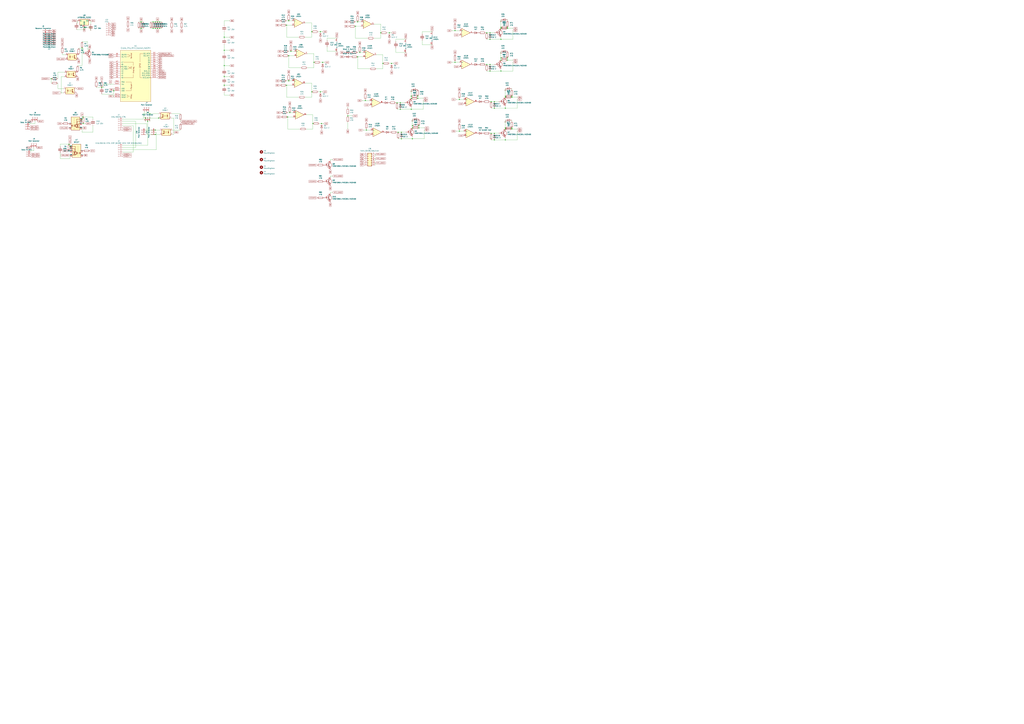
<source format=kicad_sch>
(kicad_sch (version 20230121) (generator eeschema)
  (paper "A0")
  (junction (at 454.66 73.66))
  (junction (at 594.36 149.86))
  (junction (at 581.66 82.55))
  (junction (at 180.34 151.13))
  (junction (at 335.28 93.98))
  (junction (at 374.65 72.39))
  (junction (at 337.82 59.69))
  (junction (at 589.28 33.02))
  (junction (at 412.75 30.48))
  (junction (at 168.91 137.16))
  (junction (at 403.86 134.62))
  (junction (at 372.11 36.83))
  (junction (at 589.28 69.85))
  (junction (at 586.74 149.86))
  (junction (at 478.79 148.59))
  (junction (at 486.41 148.59))
  (junction (at 461.01 119.38))
  (junction (at 171.45 140.97))
  (junction (at 462.28 153.67))
  (junction (at 415.29 25.4))
  (junction (at 466.09 153.67))
  (junction (at 373.38 143.51))
  (junction (at 260.35 88.9))
  (junction (at 574.04 154.94))
  (junction (at 533.4 152.4))
  (junction (at 96.52 143.51))
  (junction (at 361.95 36.83))
  (junction (at 581.66 31.75))
  (junction (at 335.28 24.13))
  (junction (at 95.25 138.43))
  (junction (at 570.23 154.94))
  (junction (at 260.35 43.18))
  (junction (at 568.96 45.72))
  (junction (at 425.45 151.13))
  (junction (at 477.52 114.3))
  (junction (at 477.52 111.76))
  (junction (at 180.34 156.21))
  (junction (at 260.35 99.06))
  (junction (at 581.66 67.31))
  (junction (at 570.23 118.11))
  (junction (at 97.79 31.75))
  (junction (at 478.79 146.05))
  (junction (at 581.66 33.02))
  (junction (at 332.74 99.06))
  (junction (at 485.14 114.3))
  (junction (at 96.52 135.89))
  (junction (at 466.09 161.29))
  (junction (at 260.35 76.2))
  (junction (at 444.5 73.66))
  (junction (at 163.83 33.02))
  (junction (at 581.66 45.72))
  (junction (at 574.04 125.73))
  (junction (at 477.52 127))
  (junction (at 334.01 135.89))
  (junction (at 568.96 38.1))
  (junction (at 118.11 101.6))
  (junction (at 586.74 148.59))
  (junction (at 441.96 38.1))
  (junction (at 586.74 111.76))
  (junction (at 594.36 148.59))
  (junction (at 586.74 162.56))
  (junction (at 182.88 25.4))
  (junction (at 336.55 130.81))
  (junction (at 177.8 25.4))
  (junction (at 95.25 55.88))
  (junction (at 464.82 127))
  (junction (at 182.88 33.02))
  (junction (at 478.79 161.29))
  (junction (at 528.32 72.39))
  (junction (at 80.01 167.64))
  (junction (at 533.4 115.57))
  (junction (at 568.96 82.55))
  (junction (at 581.66 69.85))
  (junction (at 574.04 162.56))
  (junction (at 452.12 38.1))
  (junction (at 332.74 29.21))
  (junction (at 180.34 33.02))
  (junction (at 464.82 119.38))
  (junction (at 486.41 146.05))
  (junction (at 586.74 113.03))
  (junction (at 335.28 64.77))
  (junction (at 565.15 74.93))
  (junction (at 594.36 113.03))
  (junction (at 415.29 66.04))
  (junction (at 417.83 60.96))
  (junction (at 81.28 170.18))
  (junction (at 173.99 132.08))
  (junction (at 589.28 67.31))
  (junction (at 364.49 72.39))
  (junction (at 177.8 33.02))
  (junction (at 185.42 33.02))
  (junction (at 565.15 38.1))
  (junction (at 528.32 35.56))
  (junction (at 568.96 74.93))
  (junction (at 185.42 25.4))
  (junction (at 180.34 25.4))
  (junction (at 363.22 143.51))
  (junction (at 485.14 111.76))
  (junction (at 586.74 125.73))
  (junction (at 59.69 91.44))
  (junction (at 574.04 118.11))
  (junction (at 589.28 31.75))
  (junction (at 424.18 116.84))
  (junction (at 260.35 58.42))
  (junction (at 132.08 105.41))
  (junction (at 372.11 106.68))
  (junction (at 594.36 111.76))
  (junction (at 184.15 137.16))
  (junction (at 163.83 25.4))
  (junction (at 361.95 106.68))
  (wire (pts (xy 478.79 146.05) (xy 478.79 148.59)))
  (wire (pts (xy 581.66 82.55) (xy 581.66 80.01)))
  (wire (pts (xy 172.72 132.08) (xy 173.99 132.08)))
  (wire (pts (xy 142.24 138.43) (xy 166.37 138.43)))
  (wire (pts (xy 374.65 72.39) (xy 377.19 72.39)))
  (wire (pts (xy 565.15 82.55) (xy 568.96 82.55)))
  (wire (pts (xy 74.93 88.9) (xy 71.12 88.9)))
  (wire (pts (xy 161.29 33.02) (xy 163.83 33.02)))
  (wire (pts (xy 332.74 29.21) (xy 332.74 43.18)))
  (wire (pts (xy 170.18 153.67) (xy 170.18 143.51)))
  (wire (pts (xy 570.23 154.94) (xy 574.04 154.94)))
  (wire (pts (xy 346.71 113.03) (xy 332.74 113.03)))
  (wire (pts (xy 97.79 31.75) (xy 97.79 34.29)))
  (wire (pts (xy 334.01 135.89) (xy 334.01 149.86)))
  (wire (pts (xy 412.75 30.48) (xy 412.75 44.45)))
  (wire (pts (xy 337.82 59.69) (xy 341.63 59.69)))
  (wire (pts (xy 412.75 30.48) (xy 419.1 30.48)))
  (wire (pts (xy 594.36 149.86) (xy 600.71 149.86)))
  (wire (pts (xy 157.48 171.45) (xy 157.48 140.97)))
  (wire (pts (xy 589.28 22.86) (xy 589.28 24.13)))
  (wire (pts (xy 594.36 139.7) (xy 594.36 140.97)))
  (wire (pts (xy 595.63 82.55) (xy 581.66 82.55)))
  (wire (pts (xy 34.29 143.51) (xy 34.29 144.78)))
  (wire (pts (xy 444.5 63.5) (xy 436.88 63.5)))
  (wire (pts (xy 101.6 48.26) (xy 101.6 57.15)))
  (wire (pts (xy 335.28 59.69) (xy 337.82 59.69)))
  (wire (pts (xy 379.73 54.61) (xy 379.73 59.69)))
  (wire (pts (xy 260.35 44.45) (xy 260.35 43.18)))
  (wire (pts (xy 524.51 35.56) (xy 528.32 35.56)))
  (wire (pts (xy 403.86 142.24) (xy 403.86 149.86)))
  (wire (pts (xy 95.25 55.88) (xy 96.52 55.88)))
  (wire (pts (xy 69.85 184.15) (xy 81.28 184.15)))
  (wire (pts (xy 59.69 91.44) (xy 59.69 96.52)))
  (wire (pts (xy 166.37 132.08) (xy 170.18 132.08)))
  (wire (pts (xy 142.24 171.45) (xy 157.48 171.45)))
  (wire (pts (xy 154.94 176.53) (xy 154.94 146.05)))
  (wire (pts (xy 595.63 35.56) (xy 595.63 45.72)))
  (wire (pts (xy 118.11 101.6) (xy 120.65 101.6)))
  (wire (pts (xy 91.44 55.88) (xy 95.25 55.88)))
  (wire (pts (xy 364.49 78.74) (xy 364.49 72.39)))
  (wire (pts (xy 600.71 152.4) (xy 600.71 162.56)))
  (wire (pts (xy 260.35 99.06) (xy 266.7 99.06)))
  (wire (pts (xy 464.82 127) (xy 477.52 127)))
  (wire (pts (xy 120.65 97.79) (xy 132.08 97.79)))
  (wire (pts (xy 132.08 109.22) (xy 132.08 105.41)))
  (wire (pts (xy 490.22 52.07) (xy 501.65 52.07)))
  (wire (pts (xy 452.12 73.66) (xy 454.66 73.66)))
  (wire (pts (xy 581.66 22.86) (xy 581.66 31.75)))
  (wire (pts (xy 96.52 55.88) (xy 96.52 62.23)))
  (wire (pts (xy 201.93 137.16) (xy 201.93 156.21)))
  (wire (pts (xy 403.86 124.46) (xy 403.86 125.73)))
  (wire (pts (xy 600.71 115.57) (xy 600.71 125.73)))
  (wire (pts (xy 260.35 43.18) (xy 260.35 36.83)))
  (wire (pts (xy 69.85 167.64) (xy 69.85 170.18)))
  (wire (pts (xy 260.35 97.79) (xy 260.35 99.06)))
  (wire (pts (xy 81.28 167.64) (xy 81.28 170.18)))
  (wire (pts (xy 565.15 38.1) (xy 568.96 38.1)))
  (wire (pts (xy 336.55 130.81) (xy 340.36 130.81)))
  (wire (pts (xy 171.45 139.7) (xy 171.45 140.97)))
  (wire (pts (xy 81.28 184.15) (xy 81.28 180.34)))
  (wire (pts (xy 105.41 35.56) (xy 105.41 31.75)))
  (wire (pts (xy 101.6 57.15) (xy 104.14 57.15)))
  (wire (pts (xy 415.29 25.4) (xy 419.1 25.4)))
  (wire (pts (xy 97.79 30.48) (xy 97.79 31.75)))
  (wire (pts (xy 528.32 35.56) (xy 528.32 34.29)))
  (wire (pts (xy 332.74 93.98) (xy 335.28 93.98)))
  (wire (pts (xy 485.14 111.76) (xy 485.14 114.3)))
  (wire (pts (xy 142.24 168.91) (xy 171.45 168.91)))
  (wire (pts (xy 72.39 63.5) (xy 76.2 63.5)))
  (wire (pts (xy 260.35 58.42) (xy 260.35 62.23)))
  (wire (pts (xy 335.28 24.13) (xy 339.09 24.13)))
  (wire (pts (xy 260.35 76.2) (xy 266.7 76.2)))
  (wire (pts (xy 441.96 27.94) (xy 441.96 38.1)))
  (wire (pts (xy 177.8 25.4) (xy 180.34 25.4)))
  (wire (pts (xy 346.71 43.18) (xy 332.74 43.18)))
  (wire (pts (xy 477.52 127) (xy 477.52 124.46)))
  (wire (pts (xy 466.09 153.67) (xy 471.17 153.67)))
  (wire (pts (xy 594.36 148.59) (xy 594.36 149.86)))
  (wire (pts (xy 95.25 138.43) (xy 95.25 140.97)))
  (wire (pts (xy 175.26 33.02) (xy 177.8 33.02)))
  (wire (pts (xy 492.76 161.29) (xy 478.79 161.29)))
  (wire (pts (xy 533.4 115.57) (xy 533.4 114.3)))
  (wire (pts (xy 354.33 43.18) (xy 361.95 43.18)))
  (wire (pts (xy 464.82 119.38) (xy 469.9 119.38)))
  (wire (pts (xy 111.76 101.6) (xy 118.11 101.6)))
  (wire (pts (xy 466.09 161.29) (xy 478.79 161.29)))
  (wire (pts (xy 260.35 110.49) (xy 266.7 110.49)))
  (wire (pts (xy 568.96 45.72) (xy 581.66 45.72)))
  (wire (pts (xy 533.4 72.39) (xy 528.32 72.39)))
  (wire (pts (xy 88.9 34.29) (xy 97.79 34.29)))
  (wire (pts (xy 81.28 175.26) (xy 80.01 175.26)))
  (wire (pts (xy 182.88 25.4) (xy 185.42 25.4)))
  (wire (pts (xy 379.73 46.99) (xy 379.73 44.45)))
  (wire (pts (xy 69.85 167.64) (xy 80.01 167.64)))
  (wire (pts (xy 120.65 101.6) (xy 120.65 97.79)))
  (wire (pts (xy 415.29 66.04) (xy 415.29 80.01)))
  (wire (pts (xy 574.04 125.73) (xy 586.74 125.73)))
  (wire (pts (xy 354.33 113.03) (xy 361.95 113.03)))
  (wire (pts (xy 570.23 162.56) (xy 574.04 162.56)))
  (wire (pts (xy 58.42 91.44) (xy 59.69 91.44)))
  (wire (pts (xy 435.61 189.23) (xy 435.61 191.77)))
  (wire (pts (xy 490.22 36.83) (xy 501.65 36.83)))
  (wire (pts (xy 260.35 88.9) (xy 260.35 90.17)))
  (wire (pts (xy 594.36 102.87) (xy 594.36 104.14)))
  (wire (pts (xy 39.37 171.45) (xy 39.37 175.26)))
  (wire (pts (xy 586.74 125.73) (xy 586.74 123.19)))
  (wire (pts (xy 167.64 129.54) (xy 167.64 137.16)))
  (wire (pts (xy 185.42 33.02) (xy 187.96 33.02)))
  (wire (pts (xy 180.34 156.21) (xy 185.42 156.21)))
  (wire (pts (xy 563.88 74.93) (xy 565.15 74.93)))
  (wire (pts (xy 334.01 135.89) (xy 340.36 135.89)))
  (wire (pts (xy 199.39 137.16) (xy 201.93 137.16)))
  (wire (pts (xy 118.11 109.22) (xy 132.08 109.22)))
  (wire (pts (xy 67.31 83.82) (xy 74.93 83.82)))
  (wire (pts (xy 72.39 62.23) (xy 72.39 63.5)))
  (wire (pts (xy 538.48 115.57) (xy 533.4 115.57)))
  (wire (pts (xy 372.11 106.68) (xy 374.65 106.68)))
  (wire (pts (xy 379.73 59.69) (xy 391.16 59.69)))
  (wire (pts (xy 478.79 138.43) (xy 478.79 146.05)))
  (wire (pts (xy 71.12 107.95) (xy 73.66 107.95)))
  (wire (pts (xy 589.28 67.31) (xy 589.28 69.85)))
  (wire (pts (xy 524.51 72.39) (xy 528.32 72.39)))
  (wire (pts (xy 363.22 133.35) (xy 355.6 133.35)))
  (wire (pts (xy 166.37 132.08) (xy 166.37 138.43)))
  (wire (pts (xy 478.79 161.29) (xy 478.79 158.75)))
  (wire (pts (xy 95.25 55.88) (xy 95.25 76.2)))
  (wire (pts (xy 586.74 162.56) (xy 600.71 162.56)))
  (wire (pts (xy 486.41 148.59) (xy 492.76 148.59)))
  (wire (pts (xy 586.74 139.7) (xy 586.74 148.59)))
  (wire (pts (xy 568.96 82.55) (xy 581.66 82.55)))
  (wire (pts (xy 260.35 107.95) (xy 260.35 110.49)))
  (wire (pts (xy 163.83 33.02) (xy 166.37 33.02)))
  (wire (pts (xy 533.4 152.4) (xy 533.4 151.13)))
  (wire (pts (xy 67.31 91.44) (xy 67.31 83.82)))
  (wire (pts (xy 361.95 113.03) (xy 361.95 106.68)))
  (wire (pts (xy 260.35 52.07) (xy 260.35 58.42)))
  (wire (pts (xy 356.87 78.74) (xy 364.49 78.74)))
  (wire (pts (xy 332.74 99.06) (xy 332.74 113.03)))
  (wire (pts (xy 168.91 153.67) (xy 170.18 153.67)))
  (wire (pts (xy 425.45 151.13) (xy 425.45 149.86)))
  (wire (pts (xy 180.34 25.4) (xy 182.88 25.4)))
  (wire (pts (xy 168.91 137.16) (xy 184.15 137.16)))
  (wire (pts (xy 335.28 64.77) (xy 335.28 78.74)))
  (wire (pts (xy 185.42 151.13) (xy 180.34 151.13)))
  (wire (pts (xy 529.59 115.57) (xy 533.4 115.57)))
  (wire (pts (xy 332.74 29.21) (xy 339.09 29.21)))
  (wire (pts (xy 332.74 99.06) (xy 339.09 99.06)))
  (wire (pts (xy 180.34 151.13) (xy 168.91 151.13)))
  (wire (pts (xy 372.11 36.83) (xy 374.65 36.83)))
  (wire (pts (xy 568.96 154.94) (xy 570.23 154.94)))
  (wire (pts (xy 412.75 25.4) (xy 415.29 25.4)))
  (wire (pts (xy 369.57 106.68) (xy 372.11 106.68)))
  (wire (pts (xy 454.66 73.66) (xy 457.2 73.66)))
  (wire (pts (xy 589.28 69.85) (xy 595.63 69.85)))
  (wire (pts (xy 107.95 153.67) (xy 95.25 153.67)))
  (wire (pts (xy 69.85 177.8) (xy 69.85 184.15)))
  (wire (pts (xy 477.52 104.14) (xy 477.52 111.76)))
  (wire (pts (xy 95.25 135.89) (xy 95.25 138.43)))
  (wire (pts (xy 528.32 72.39) (xy 528.32 71.12)))
  (wire (pts (xy 424.18 116.84) (xy 424.18 115.57)))
  (wire (pts (xy 181.61 153.67) (xy 181.61 173.99)))
  (wire (pts (xy 529.59 152.4) (xy 533.4 152.4)))
  (wire (pts (xy 355.6 149.86) (xy 363.22 149.86)))
  (wire (pts (xy 415.29 60.96) (xy 417.83 60.96)))
  (wire (pts (xy 485.14 114.3) (xy 491.49 114.3)))
  (wire (pts (xy 81.28 170.18) (xy 81.28 172.72)))
  (wire (pts (xy 435.61 184.15) (xy 435.61 186.69)))
  (wire (pts (xy 170.18 129.54) (xy 170.18 132.08)))
  (wire (pts (xy 574.04 162.56) (xy 586.74 162.56)))
  (wire (pts (xy 421.64 151.13) (xy 425.45 151.13)))
  (wire (pts (xy 95.25 143.51) (xy 96.52 143.51)))
  (wire (pts (xy 461.01 127) (xy 464.82 127)))
  (wire (pts (xy 260.35 76.2) (xy 260.35 80.01)))
  (wire (pts (xy 581.66 45.72) (xy 581.66 43.18)))
  (wire (pts (xy 595.63 72.39) (xy 595.63 82.55)))
  (wire (pts (xy 594.36 111.76) (xy 594.36 113.03)))
  (wire (pts (xy 441.96 27.94) (xy 434.34 27.94)))
  (wire (pts (xy 142.24 143.51) (xy 170.18 143.51)))
  (wire (pts (xy 589.28 31.75) (xy 589.28 33.02)))
  (wire (pts (xy 492.76 151.13) (xy 492.76 161.29)))
  (wire (pts (xy 461.01 153.67) (xy 462.28 153.67)))
  (wire (pts (xy 426.72 44.45) (xy 412.75 44.45)))
  (wire (pts (xy 34.29 143.51) (xy 40.64 143.51)))
  (wire (pts (xy 586.74 111.76) (xy 586.74 113.03)))
  (wire (pts (xy 177.8 33.02) (xy 180.34 33.02)))
  (wire (pts (xy 95.25 153.67) (xy 95.25 148.59)))
  (wire (pts (xy 462.28 153.67) (xy 466.09 153.67)))
  (wire (pts (xy 595.63 45.72) (xy 581.66 45.72)))
  (wire (pts (xy 459.74 48.26) (xy 459.74 45.72)))
  (wire (pts (xy 364.49 62.23) (xy 356.87 62.23)))
  (wire (pts (xy 449.58 38.1) (xy 452.12 38.1)))
  (wire (pts (xy 154.94 146.05) (xy 142.24 146.05)))
  (wire (pts (xy 172.72 132.08) (xy 172.72 129.54)))
  (wire (pts (xy 574.04 118.11) (xy 579.12 118.11)))
  (wire (pts (xy 363.22 149.86) (xy 363.22 143.51)))
  (wire (pts (xy 107.95 146.05) (xy 107.95 153.67)))
  (wire (pts (xy 132.08 102.87) (xy 132.08 105.41)))
  (wire (pts (xy 260.35 87.63) (xy 260.35 88.9)))
  (wire (pts (xy 347.98 149.86) (xy 334.01 149.86)))
  (wire (pts (xy 209.55 139.7) (xy 209.55 140.97)))
  (wire (pts (xy 260.35 24.13) (xy 266.7 24.13)))
  (wire (pts (xy 570.23 118.11) (xy 574.04 118.11)))
  (wire (pts (xy 441.96 38.1) (xy 441.96 44.45)))
  (wire (pts (xy 586.74 148.59) (xy 586.74 149.86)))
  (wire (pts (xy 420.37 116.84) (xy 424.18 116.84)))
  (wire (pts (xy 586.74 102.87) (xy 586.74 111.76)))
  (wire (pts (xy 581.66 67.31) (xy 581.66 69.85)))
  (wire (pts (xy 171.45 140.97) (xy 171.45 168.91)))
  (wire (pts (xy 490.22 46.99) (xy 490.22 52.07)))
  (wire (pts (xy 574.04 154.94) (xy 579.12 154.94)))
  (wire (pts (xy 40.64 140.97) (xy 40.64 143.51)))
  (wire (pts (xy 563.88 38.1) (xy 565.15 38.1)))
  (wire (pts (xy 370.84 143.51) (xy 373.38 143.51)))
  (wire (pts (xy 379.73 44.45) (xy 391.16 44.45)))
  (wire (pts (xy 565.15 45.72) (xy 568.96 45.72)))
  (wire (pts (xy 260.35 29.21) (xy 260.35 24.13)))
  (wire (pts (xy 386.08 185.42) (xy 383.54 185.42)))
  (wire (pts (xy 349.25 78.74) (xy 335.28 78.74)))
  (wire (pts (xy 386.08 223.52) (xy 383.54 223.52)))
  (wire (pts (xy 107.95 138.43) (xy 107.95 135.89)))
  (wire (pts (xy 260.35 99.06) (xy 260.35 100.33)))
  (wire (pts (xy 180.34 33.02) (xy 182.88 33.02)))
  (wire (pts (xy 96.52 143.51) (xy 99.06 143.51)))
  (wire (pts (xy 444.5 73.66) (xy 444.5 63.5)))
  (wire (pts (xy 538.48 152.4) (xy 533.4 152.4)))
  (wire (pts (xy 581.66 31.75) (xy 581.66 33.02)))
  (wire (pts (xy 459.74 45.72) (xy 471.17 45.72)))
  (wire (pts (xy 459.74 55.88) (xy 459.74 60.96)))
  (wire (pts (xy 589.28 33.02) (xy 595.63 33.02)))
  (wire (pts (xy 90.17 76.2) (xy 95.25 76.2)))
  (wire (pts (xy 105.41 31.75) (xy 97.79 31.75)))
  (wire (pts (xy 434.34 44.45) (xy 441.96 44.45)))
  (wire (pts (xy 383.54 223.52) (xy 383.54 224.79)))
  (wire (pts (xy 570.23 125.73) (xy 574.04 125.73)))
  (wire (pts (xy 586.74 162.56) (xy 586.74 160.02)))
  (wire (pts (xy 157.48 140.97) (xy 142.24 140.97)))
  (wire (pts (xy 200.66 151.13) (xy 209.55 151.13)))
  (wire (pts (xy 361.95 26.67) (xy 354.33 26.67)))
  (wire (pts (xy 565.15 74.93) (xy 568.96 74.93)))
  (wire (pts (xy 429.26 116.84) (xy 424.18 116.84)))
  (wire (pts (xy 105.41 24.13) (xy 105.41 27.94)))
  (wire (pts (xy 142.24 176.53) (xy 154.94 176.53)))
  (wire (pts (xy 436.88 80.01) (xy 444.5 80.01)))
  (wire (pts (xy 173.99 132.08) (xy 184.15 132.08)))
  (wire (pts (xy 369.57 36.83) (xy 372.11 36.83)))
  (wire (pts (xy 459.74 119.38) (xy 461.01 119.38)))
  (wire (pts (xy 568.96 118.11) (xy 570.23 118.11)))
  (wire (pts (xy 415.29 66.04) (xy 421.64 66.04)))
  (wire (pts (xy 175.26 25.4) (xy 177.8 25.4)))
  (wire (pts (xy 260.35 69.85) (xy 260.35 76.2)))
  (wire (pts (xy 383.54 185.42) (xy 383.54 186.69)))
  (wire (pts (xy 71.12 88.9) (xy 71.12 107.95)))
  (wire (pts (xy 383.54 204.47) (xy 383.54 205.74)))
  (wire (pts (xy 444.5 80.01) (xy 444.5 73.66)))
  (wire (pts (xy 581.66 59.69) (xy 581.66 67.31)))
  (wire (pts (xy 361.95 36.83) (xy 361.95 43.18)))
  (wire (pts (xy 80.01 167.64) (xy 81.28 167.64)))
  (wire (pts (xy 403.86 134.62) (xy 408.94 134.62)))
  (wire (pts (xy 209.55 132.08) (xy 199.39 132.08)))
  (wire (pts (xy 35.56 175.26) (xy 35.56 176.53)))
  (wire (pts (xy 185.42 25.4) (xy 187.96 25.4)))
  (wire (pts (xy 161.29 25.4) (xy 163.83 25.4)))
  (wire (pts (xy 452.12 38.1) (xy 454.66 38.1)))
  (wire (pts (xy 491.49 116.84) (xy 491.49 127)))
  (wire (pts (xy 594.36 113.03) (xy 600.71 113.03)))
  (wire (pts (xy 96.52 135.89) (xy 107.95 135.89)))
  (wire (pts (xy 568.96 38.1) (xy 574.04 38.1)))
  (wire (pts (xy 361.95 26.67) (xy 361.95 36.83)))
  (wire (pts (xy 361.95 106.68) (xy 361.95 96.52)))
  (wire (pts (xy 167.64 137.16) (xy 168.91 137.16)))
  (wire (pts (xy 334.01 130.81) (xy 336.55 130.81)))
  (wire (pts (xy 142.24 173.99) (xy 181.61 173.99)))
  (wire (pts (xy 260.35 43.18) (xy 266.7 43.18)))
  (wire (pts (xy 168.91 156.21) (xy 180.34 156.21)))
  (wire (pts (xy 459.74 60.96) (xy 471.17 60.96)))
  (wire (pts (xy 364.49 72.39) (xy 364.49 62.23)))
  (wire (pts (xy 373.38 143.51) (xy 375.92 143.51)))
  (wire (pts (xy 486.41 146.05) (xy 486.41 148.59)))
  (wire (pts (xy 461.01 119.38) (xy 464.82 119.38)))
  (wire (pts (xy 67.31 102.87) (xy 67.31 96.52)))
  (wire (pts (xy 490.22 39.37) (xy 490.22 36.83)))
  (wire (pts (xy 568.96 74.93) (xy 574.04 74.93)))
  (wire (pts (xy 435.61 179.07) (xy 435.61 181.61)))
  (wire (pts (xy 361.95 96.52) (xy 354.33 96.52)))
  (wire (pts (xy 429.26 80.01) (xy 415.29 80.01)))
  (wire (pts (xy 491.49 127) (xy 477.52 127)))
  (wire (pts (xy 132.08 110.49) (xy 132.08 113.03)))
  (wire (pts (xy 96.52 135.89) (xy 95.25 135.89)))
  (wire (pts (xy 95.25 48.26) (xy 101.6 48.26)))
  (wire (pts (xy 430.53 151.13) (xy 425.45 151.13)))
  (wire (pts (xy 73.66 102.87) (xy 67.31 102.87)))
  (wire (pts (xy 386.08 204.47) (xy 383.54 204.47)))
  (wire (pts (xy 372.11 72.39) (xy 374.65 72.39)))
  (wire (pts (xy 600.71 125.73) (xy 586.74 125.73)))
  (wire (pts (xy 88.9 26.67) (xy 90.17 26.67)))
  (wire (pts (xy 462.28 161.29) (xy 466.09 161.29)))
  (wire (pts (xy 182.88 33.02) (xy 185.42 33.02)))
  (wire (pts (xy 35.56 175.26) (xy 39.37 175.26)))
  (wire (pts (xy 163.83 25.4) (xy 166.37 25.4)))
  (wire (pts (xy 173.99 140.97) (xy 173.99 132.08)))
  (wire (pts (xy 168.91 137.16) (xy 168.91 140.97)))
  (wire (pts (xy 363.22 143.51) (xy 363.22 133.35)))
  (wire (pts (xy 335.28 93.98) (xy 339.09 93.98)))
  (wire (pts (xy 335.28 64.77) (xy 341.63 64.77)))
  (wire (pts (xy 201.93 156.21) (xy 200.66 156.21)))
  (wire (pts (xy 186.69 137.16) (xy 184.15 137.16)))
  (wire (pts (xy 90.17 26.67) (xy 90.17 24.13)))
  (wire (pts (xy 417.83 60.96) (xy 421.64 60.96)))
  (wire (pts (xy 477.52 111.76) (xy 477.52 114.3)))
  (wire (pts (xy 533.4 35.56) (xy 528.32 35.56)))
  (wire (pts (xy 260.35 88.9) (xy 266.7 88.9)))
  (wire (pts (xy 403.86 133.35) (xy 403.86 134.62)))
  (wire (pts (xy 332.74 24.13) (xy 335.28 24.13)))
  (wire (pts (xy 181.61 153.67) (xy 180.34 153.67)))
  (wire (pts (xy 260.35 58.42) (xy 266.7 58.42)))
  (global_label "B0" (shape input) (at 373.38 151.13 270) (property "Intersheetrefs" "${INTERSHEET_REFS}" (effects hide)))
  (global_label "B5" (shape input) (at 210.82 33.02 270) (property "Intersheetrefs" "${INTERSHEET_REFS}" (effects hide)))
  (global_label "D3" (shape input) (at 524.51 72.39 180) (property "Intersheetrefs" "${INTERSHEET_REFS}" (effects hide)))
  (global_label "B0" (shape input) (at 454.66 81.28 270) (property "Intersheetrefs" "${INTERSHEET_REFS}" (effects hide)))
  (global_label "DTX" (shape input) (at 104.14 175.26 0) (property "Intersheetrefs" "${INTERSHEET_REFS}" (effects hide)))
  (global_label "A7" (shape input) (at 422.91 191.77 180) (property "Intersheetrefs" "${INTERSHEET_REFS}" (effects hide)))
  (global_label "D5" (shape input) (at 529.59 152.4 180) (property "Intersheetrefs" "${INTERSHEET_REFS}" (effects hide)))
  (global_label "CHARGEALLOW" (shape input) (at 182.88 62.23 0) (property "Intersheetrefs" "${INTERSHEET_REFS}" (effects hide)))
  (global_label "A5" (shape input) (at 132.08 77.47 180) (property "Intersheetrefs" "${INTERSHEET_REFS}" (effects hide)))
  (global_label "B3" (shape input) (at 59.69 43.18 0) (property "Intersheetrefs" "${INTERSHEET_REFS}" (effects hide)))
  (global_label "B0" (shape input) (at 501.65 52.07 270) (property "Intersheetrefs" "${INTERSHEET_REFS}" (effects hide)))
  (global_label "B6" (shape input) (at 600.71 149.86 0) (property "Intersheetrefs" "${INTERSHEET_REFS}" (effects hide)))
  (global_label "D2" (shape input) (at 524.51 35.56 180) (property "Intersheetrefs" "${INTERSHEET_REFS}" (effects hide)))
  (global_label "A3" (shape input) (at 375.92 143.51 0) (property "Intersheetrefs" "${INTERSHEET_REFS}" (effects hide)))
  (global_label "B0" (shape input) (at 424.18 107.95 90) (property "Intersheetrefs" "${INTERSHEET_REFS}" (effects hide)))
  (global_label "B0" (shape input) (at 383.54 234.95 270) (property "Intersheetrefs" "${INTERSHEET_REFS}" (effects hide)))
  (global_label "A6" (shape input) (at 422.91 189.23 180) (property "Intersheetrefs" "${INTERSHEET_REFS}" (effects hide)))
  (global_label "B4" (shape input) (at 266.7 58.42 0) (property "Intersheetrefs" "${INTERSHEET_REFS}" (effects hide)))
  (global_label "DIN_GND" (shape input) (at 81.28 180.34 180) (property "Intersheetrefs" "${INTERSHEET_REFS}" (effects hide)))
  (global_label "B0" (shape input) (at 403.86 149.86 270) (property "Intersheetrefs" "${INTERSHEET_REFS}" (effects hide)))
  (global_label "B4" (shape input) (at 59.69 40.64 0) (property "Intersheetrefs" "${INTERSHEET_REFS}" (effects hide)))
  (global_label "B6" (shape input) (at 104.14 57.15 90) (property "Intersheetrefs" "${INTERSHEET_REFS}" (effects hide)))
  (global_label "Vref" (shape input) (at 533.4 77.47 180) (property "Intersheetrefs" "${INTERSHEET_REFS}" (effects hide)))
  (global_label "B2" (shape input) (at 148.59 24.13 90) (property "Intersheetrefs" "${INTERSHEET_REFS}" (effects hide)))
  (global_label "DIN_GND" (shape input) (at 35.56 181.61 0) (property "Intersheetrefs" "${INTERSHEET_REFS}" (effects hide)))
  (global_label "DIN_GND" (shape input) (at 34.29 149.86 0) (property "Intersheetrefs" "${INTERSHEET_REFS}" (effects hide)))
  (global_label "5V" (shape input) (at 403.86 124.46 90) (property "Intersheetrefs" "${INTERSHEET_REFS}" (effects hide)))
  (global_label "B0" (shape input) (at 471.17 60.96 270) (property "Intersheetrefs" "${INTERSHEET_REFS}" (effects hide)))
  (global_label "DTX" (shape input) (at 132.08 66.04 180) (property "Intersheetrefs" "${INTERSHEET_REFS}" (effects hide)))
  (global_label "A0" (shape input) (at 374.65 36.83 0) (property "Intersheetrefs" "${INTERSHEET_REFS}" (effects hide)))
  (global_label "B0" (shape input) (at 335.28 16.51 90) (property "Intersheetrefs" "${INTERSHEET_REFS}" (effects hide)))
  (global_label "RST" (shape input) (at 128.27 27.94 0) (property "Intersheetrefs" "${INTERSHEET_REFS}" (effects hide)))
  (global_label "A5" (shape input) (at 457.2 73.66 0) (property "Intersheetrefs" "${INTERSHEET_REFS}" (effects hide)))
  (global_label "B5" (shape input) (at 600.71 113.03 0) (property "Intersheetrefs" "${INTERSHEET_REFS}" (effects hide)))
  (global_label "B0" (shape input) (at 528.32 26.67 90) (property "Intersheetrefs" "${INTERSHEET_REFS}" (effects hide)))
  (global_label "CHGDT+" (shape input) (at 142.24 148.59 0) (property "Intersheetrefs" "${INTERSHEET_REFS}" (effects hide)))
  (global_label "B0" (shape input) (at 383.54 196.85 270) (property "Intersheetrefs" "${INTERSHEET_REFS}" (effects hide)))
  (global_label "5V" (shape input) (at 95.25 135.89 90) (property "Intersheetrefs" "${INTERSHEET_REFS}" (effects hide)))
  (global_label "B0" (shape input) (at 95.25 148.59 0) (property "Intersheetrefs" "${INTERSHEET_REFS}" (effects hide)))
  (global_label "B0" (shape input) (at 128.27 40.64 0) (property "Intersheetrefs" "${INTERSHEET_REFS}" (effects hide)))
  (global_label "B0" (shape input) (at 128.27 38.1 0) (property "Intersheetrefs" "${INTERSHEET_REFS}" (effects hide)))
  (global_label "B1" (shape input) (at 327.66 64.77 180) (property "Intersheetrefs" "${INTERSHEET_REFS}" (effects hide)))
  (global_label "DIN_GND" (shape input) (at 80.01 148.59 180) (property "Intersheetrefs" "${INTERSHEET_REFS}" (effects hide)))
  (global_label "B6" (shape input) (at 59.69 35.56 0) (property "Intersheetrefs" "${INTERSHEET_REFS}" (effects hide)))
  (global_label "NTC_GND2" (shape input) (at 435.61 184.15 0) (property "Intersheetrefs" "${INTERSHEET_REFS}" (effects hide)))
  (global_label "DTEMP2" (shape input) (at 368.3 210.82 180) (property "Intersheetrefs" "${INTERSHEET_REFS}" (effects hide)))
  (global_label "A6" (shape input) (at 422.91 184.15 180) (property "Intersheetrefs" "${INTERSHEET_REFS}" (effects hide)))
  (global_label "DTEMP1" (shape input) (at 182.88 85.09 0) (property "Intersheetrefs" "${INTERSHEET_REFS}" (effects hide)))
  (global_label "A2" (shape input) (at 374.65 106.68 0) (property "Intersheetrefs" "${INTERSHEET_REFS}" (effects hide)))
  (global_label "B0" (shape input) (at 533.4 106.68 90) (property "Intersheetrefs" "${INTERSHEET_REFS}" (effects hide)))
  (global_label "A4" (shape input) (at 454.66 38.1 0) (property "Intersheetrefs" "${INTERSHEET_REFS}" (effects hide)))
  (global_label "B4" (shape input) (at 326.39 130.81 180) (property "Intersheetrefs" "${INTERSHEET_REFS}" (effects hide)))
  (global_label "5V" (shape input) (at 105.41 24.13 0) (property "Intersheetrefs" "${INTERSHEET_REFS}" (effects hide)))
  (global_label "A7" (shape input) (at 422.91 186.69 180) (property "Intersheetrefs" "${INTERSHEET_REFS}" (effects hide)))
  (global_label "DIN" (shape input) (at 38.1 140.97 180) (property "Intersheetrefs" "${INTERSHEET_REFS}" (effects hide)))
  (global_label "A2" (shape input) (at 132.08 85.09 180) (property "Intersheetrefs" "${INTERSHEET_REFS}" (effects hide)))
  (global_label "D3" (shape input) (at 182.88 74.93 0) (property "Intersheetrefs" "${INTERSHEET_REFS}" (effects hide)))
  (global_label "B4" (shape input) (at 600.71 115.57 0) (property "Intersheetrefs" "${INTERSHEET_REFS}" (effects hide)))
  (global_label "B3" (shape input) (at 325.12 93.98 180) (property "Intersheetrefs" "${INTERSHEET_REFS}" (effects hide)))
  (global_label "POW" (shape input) (at 501.65 36.83 90) (property "Intersheetrefs" "${INTERSHEET_REFS}" (effects hide)))
  (global_label "A3" (shape input) (at 132.08 82.55 180) (property "Intersheetrefs" "${INTERSHEET_REFS}" (effects hide)))
  (global_label "B0" (shape input) (at 415.29 17.78 90) (property "Intersheetrefs" "${INTERSHEET_REFS}" (effects hide)))
  (global_label "B0" (shape input) (at 391.16 59.69 270) (property "Intersheetrefs" "${INTERSHEET_REFS}" (effects hide)))
  (global_label "B0" (shape input) (at 372.11 44.45 270) (property "Intersheetrefs" "${INTERSHEET_REFS}" (effects hide)))
  (global_label "DCHG" (shape input) (at 88.9 102.87 0) (property "Intersheetrefs" "${INTERSHEET_REFS}" (effects hide)))
  (global_label "B5" (shape input) (at 405.13 25.4 180) (property "Intersheetrefs" "${INTERSHEET_REFS}" (effects hide)))
  (global_label "CHGDT+" (shape input) (at 58.42 91.44 180) (property "Intersheetrefs" "${INTERSHEET_REFS}" (effects hide)))
  (global_label "A6" (shape input) (at 132.08 74.93 180) (property "Intersheetrefs" "${INTERSHEET_REFS}" (effects hide)))
  (global_label "Vref" (shape input) (at 408.94 134.62 0) (property "Intersheetrefs" "${INTERSHEET_REFS}" (effects hide)))
  (global_label "B1" (shape input) (at 492.76 151.13 0) (property "Intersheetrefs" "${INTERSHEET_REFS}" (effects hide)))
  (global_label "B1" (shape input) (at 325.12 24.13 180) (property "Intersheetrefs" "${INTERSHEET_REFS}" (effects hide)))
  (global_label "B5" (shape input) (at 400.05 66.04 180) (property "Intersheetrefs" "${INTERSHEET_REFS}" (effects hide)))
  (global_label "A0" (shape input) (at 132.08 90.17 180) (property "Intersheetrefs" "${INTERSHEET_REFS}" (effects hide)))
  (global_label "B2" (shape input) (at 492.76 148.59 0) (property "Intersheetrefs" "${INTERSHEET_REFS}" (effects hide)))
  (global_label "D5" (shape input) (at 182.88 80.01 0) (property "Intersheetrefs" "${INTERSHEET_REFS}" (effects hide)))
  (global_label "B5" (shape input) (at 600.71 152.4 0) (property "Intersheetrefs" "${INTERSHEET_REFS}" (effects hide)))
  (global_label "B0" (shape input) (at 266.7 110.49 0) (property "Intersheetrefs" "${INTERSHEET_REFS}" (effects hide)))
  (global_label "B2" (shape input) (at 163.83 33.02 270) (property "Intersheetrefs" "${INTERSHEET_REFS}" (effects hide)))
  (global_label "A7" (shape input) (at 132.08 72.39 180) (property "Intersheetrefs" "${INTERSHEET_REFS}" (effects hide)))
  (global_label "B0" (shape input) (at 452.12 45.72 270) (property "Intersheetrefs" "${INTERSHEET_REFS}" (effects hide)))
  (global_label "DTEMP2" (shape input) (at 182.88 87.63 0) (property "Intersheetrefs" "${INTERSHEET_REFS}" (effects hide)))
  (global_label "Vref" (shape input) (at 538.48 157.48 180) (property "Intersheetrefs" "${INTERSHEET_REFS}" (effects hide)))
  (global_label "DTEMP3" (shape input) (at 368.3 229.87 180) (property "Intersheetrefs" "${INTERSHEET_REFS}" (effects hide)))
  (global_label "B0" (shape input) (at 132.08 104.14 180) (property "Intersheetrefs" "${INTERSHEET_REFS}" (effects hide)))
  (global_label "DRX" (shape input) (at 128.27 33.02 0) (property "Intersheetrefs" "${INTERSHEET_REFS}" (effects hide)))
  (global_label "Vref" (shape input) (at 430.53 156.21 180) (property "Intersheetrefs" "${INTERSHEET_REFS}" (effects hide)))
  (global_label "DIN_VCC" (shape input) (at 81.28 167.64 90) (property "Intersheetrefs" "${INTERSHEET_REFS}" (effects hide)))
  (global_label "B0" (shape input) (at 88.9 107.95 270) (property "Intersheetrefs" "${INTERSHEET_REFS}" (effects hide)))
  (global_label "B4" (shape input) (at 199.39 33.02 270) (property "Intersheetrefs" "${INTERSHEET_REFS}" (effects hide)))
  (global_label "B2" (shape input) (at 595.63 35.56 0) (property "Intersheetrefs" "${INTERSHEET_REFS}" (effects hide)))
  (global_label "D0" (shape input) (at 182.88 67.31 0) (property "Intersheetrefs" "${INTERSHEET_REFS}" (effects hide)))
  (global_label "DTX" (shape input) (at 128.27 30.48 0) (property "Intersheetrefs" "${INTERSHEET_REFS}" (effects hide)))
  (global_label "CHGDT-" (shape input) (at 142.24 151.13 0) (property "Intersheetrefs" "${INTERSHEET_REFS}" (effects hide)))
  (global_label "DOUT" (shape input) (at 43.18 140.97 0) (property "Intersheetrefs" "${INTERSHEET_REFS}" (effects hide)))
  (global_label "DIN" (shape input) (at 36.83 171.45 180) (property "Intersheetrefs" "${INTERSHEET_REFS}" (effects hide)))
  (global_label "DIN_GND" (shape input) (at 76.2 68.58 180) (property "Intersheetrefs" "${INTERSHEET_REFS}" (effects hide)))
  (global_label "B6" (shape input) (at 266.7 24.13 0) (property "Intersheetrefs" "${INTERSHEET_REFS}" (effects hide)))
  (global_label "D2" (shape input) (at 182.88 72.39 0) (property "Intersheetrefs" "${INTERSHEET_REFS}" (effects hide)))
  (global_label "NTC_GND2" (shape input) (at 386.08 204.47 0) (property "Intersheetrefs" "${INTERSHEET_REFS}" (effects hide)))
  (global_label "A1" (shape input) (at 132.08 87.63 180) (property "Intersheetrefs" "${INTERSHEET_REFS}" (effects hide)))
  (global_label "B3" (shape input) (at 266.7 76.2 0) (property "Intersheetrefs" "${INTERSHEET_REFS}" (effects hide)))
  (global_label "D0" (shape input) (at 420.37 116.84 180) (property "Intersheetrefs" "${INTERSHEET_REFS}" (effects hide)))
  (global_label "B0" (shape input) (at 97.79 31.75 270) (property "Intersheetrefs" "${INTERSHEET_REFS}" (effects hide)))
  (global_label "B0" (shape input) (at 533.4 143.51 90) (property "Intersheetrefs" "${INTERSHEET_REFS}" (effects hide)))
  (global_label "B0" (shape input) (at 59.69 50.8 0) (property "Intersheetrefs" "${INTERSHEET_REFS}" (effects hide)))
  (global_label "B2" (shape input) (at 59.69 45.72 0) (property "Intersheetrefs" "${INTERSHEET_REFS}" (effects hide)))
  (global_label "D4" (shape input) (at 182.88 77.47 0) (property "Intersheetrefs" "${INTERSHEET_REFS}" (effects hide)))
  (global_label "A6" (shape input) (at 422.91 179.07 180) (property "Intersheetrefs" "${INTERSHEET_REFS}" (effects hide)))
  (global_label "B3" (shape input) (at 595.63 33.02 0) (property "Intersheetrefs" "${INTERSHEET_REFS}" (effects hide)))
  (global_label "CHARGEALLOW" (shape input) (at 209.55 143.51 0) (property "Intersheetrefs" "${INTERSHEET_REFS}" (effects hide)))
  (global_label "B1" (shape input) (at 491.49 114.3 0) (property "Intersheetrefs" "${INTERSHEET_REFS}" (effects hide)))
  (global_label "CHGDT+" (shape input) (at 142.24 179.07 0) (property "Intersheetrefs" "${INTERSHEET_REFS}" (effects hide)))
  (global_label "B1" (shape input) (at 266.7 99.06 0) (property "Intersheetrefs" "${INTERSHEET_REFS}" (effects hide)))
  (global_label "5V" (shape input) (at 128.27 97.79 90) (property "Intersheetrefs" "${INTERSHEET_REFS}" (effects hide)))
  (global_label "Vref" (shape input) (at 538.48 120.65 180) (property "Intersheetrefs" "${INTERSHEET_REFS}" (effects hide)))
  (global_label "B5" (shape input) (at 59.69 38.1 0) (property "Intersheetrefs" "${INTERSHEET_REFS}" (effects hide)))
  (global_label "B0" (shape input) (at 337.82 52.07 90) (property "Intersheetrefs" "${INTERSHEET_REFS}" (effects hide)))
  (global_label "NTC_GND1" (shape input) (at 435.61 179.07 0) (property "Intersheetrefs" "${INTERSHEET_REFS}" (effects hide)))
  (global_label "A1" (shape input) (at 377.19 72.39 0) (property "Intersheetrefs" "${INTERSHEET_REFS}" (effects hide)))
  (global_label "B5" (shape input) (at 199.39 25.4 90) (property "Intersheetrefs" "${INTERSHEET_REFS}" (effects hide)))
  (global_label "A7" (shape input) (at 422.91 181.61 180) (property "Intersheetrefs" "${INTERSHEET_REFS}" (effects hide)))
  (global_label "NTC_GND1" (shape input) (at 386.08 185.42 0) (property "Intersheetrefs" "${INTERSHEET_REFS}" (effects hide)))
  (global_label "NTC_GND3" (shape input) (at 386.08 223.52 0) (property "Intersheetrefs" "${INTERSHEET_REFS}" (effects hide)))
  (global_label "D1" (shape input) (at 182.88 69.85 0) (property "Intersheetrefs" "${INTERSHEET_REFS}" (effects hide)))
  (global_label "DIN_VCC" (shape input) (at 72.39 54.61 90) (property "Intersheetrefs" "${INTERSHEET_REFS}" (effects hide)))
  (global_label "D4" (shape input) (at 529.59 115.57 180) (property "Intersheetrefs" "${INTERSHEET_REFS}" (effects hide)))
  (global_label "D1" (shape input) (at 421.64 151.13 180) (property "Intersheetrefs" "${INTERSHEET_REFS}" (effects hide)))
  (global_label "DOUT" (shape input) (at 41.91 171.45 0) (property "Intersheetrefs" "${INTERSHEET_REFS}" (effects hide)))
  (global_label "B0" (shape input) (at 383.54 215.9 270) (property "Intersheetrefs" "${INTERSHEET_REFS}" (effects hide)))
  (global_label "B3" (shape input) (at 326.39 135.89 180) (property "Intersheetrefs" "${INTERSHEET_REFS}" (effects hide)))
  (global_label "B1" (shape input) (at 148.59 31.75 270) (property "Intersheetrefs" "${INTERSHEET_REFS}" (effects hide)))
  (global_label "B0" (shape input) (at 425.45 142.24 90) (property "Intersheetrefs" "${INTERSHEET_REFS}" (effects hide)))
  (global_label "DIN_VCC" (shape input) (at 35.56 179.07 0) (property "Intersheetrefs" "${INTERSHEET_REFS}" (effects hide)))
  (global_label "POW" (shape input) (at 104.14 67.31 270) (property "Intersheetrefs" "${INTERSHEET_REFS}" (effects hide)))
  (global_label "B4" (shape input) (at 405.13 30.48 180) (property "Intersheetrefs" "${INTERSHEET_REFS}" (effects hide)))
  (global_label "5V" (shape input) (at 128.27 35.56 0) (property "Intersheetrefs" "${INTERSHEET_REFS}" (effects hide)))
  (global_label "B0" (shape input) (at 91.44 68.58 270) (property "Intersheetrefs" "${INTERSHEET_REFS}" (effects hide)))
  (global_label "A4" (shape input) (at 132.08 80.01 180) (property "Intersheetrefs" "${INTERSHEET_REFS}" (effects hide)))
  (global_label "DTEMP1" (shape input) (at 368.3 191.77 180) (property "Intersheetrefs" "${INTERSHEET_REFS}" (effects hide)))
  (global_label "NTC_GND3" (shape input) (at 435.61 189.23 0) (property "Intersheetrefs" "${INTERSHEET_REFS}" (effects hide)))
  (global_label "Vref" (shape input) (at 429.26 121.92 180) (property "Intersheetrefs" "${INTERSHEET_REFS}" (effects hide)))
  (global_label "A7" (shape input) (at 118.11 93.98 90) (property "Intersheetrefs" "${INTERSHEET_REFS}" (effects hide)))
  (global_label "POW" (shape input) (at 391.16 44.45 90) (property "Intersheetrefs" "${INTERSHEET_REFS}" (effects hide)))
  (global_label "B0" (shape input) (at 201.93 153.67 0) (property "Intersheetrefs" "${INTERSHEET_REFS}" (effects hide)))
  (global_label "DRX" (shape input) (at 132.08 63.5 180) (property "Intersheetrefs" "${INTERSHEET_REFS}" (effects hide)))
  (global_label "RST" (shape input) (at 132.08 111.76 180) (property "Intersheetrefs" "${INTERSHEET_REFS}" (effects hide)))
  (global_label "B0" (shape input) (at 374.65 80.01 270) (property "Intersheetrefs" "${INTERSHEET_REFS}" (effects hide)))
  (global_label "B4" (shape input) (at 182.88 25.4 90) (property "Intersheetrefs" "${INTERSHEET_REFS}" (effects hide)))
  (global_label "CHGDT-" (shape input) (at 142.24 181.61 0) (property "Intersheetrefs" "${INTERSHEET_REFS}" (effects hide)))
  (global_label "B0" (shape input) (at 336.55 123.19 90) (property "Intersheetrefs" "${INTERSHEET_REFS}" (effects hide)))
  (global_label "B2" (shape input) (at 327.66 59.69 180) (property "Intersheetrefs" "${INTERSHEET_REFS}" (effects hide)))
  (global_label "DOUT" (shape input) (at 80.01 175.26 180) (property "Intersheetrefs" "${INTERSHEET_REFS}" (effects hide)))
  (global_label "DRX" (shape input) (at 99.06 143.51 0) (property "Intersheetrefs" "${INTERSHEET_REFS}" (effects hide)))
  (global_label "B0" (shape input) (at 528.32 63.5 90) (property "Intersheetrefs" "${INTERSHEET_REFS}" (effects hide)))
  (global_label "DIN" (shape input) (at 72.39 143.51 180) (property "Intersheetrefs" "${INTERSHEET_REFS}" (effects hide)))
  (global_label "POW" (shape input) (at 471.17 45.72 90) (property "Intersheetrefs" "${INTERSHEET_REFS}" (effects hide)))
  (global_label "DISCHARGEALLOW" (shape input) (at 209.55 140.97 0) (property "Intersheetrefs" "${INTERSHEET_REFS}" (effects hide)))
  (global_label "B2" (shape input) (at 325.12 99.06 180) (property "Intersheetrefs" "${INTERSHEET_REFS}" (effects hide)))
  (global_label "B0" (shape input) (at 96.52 180.34 0) (property "Intersheetrefs" "${INTERSHEET_REFS}" (effects hide)))
  (global_label "B0" (shape input) (at 335.28 86.36 90) (property "Intersheetrefs" "${INTERSHEET_REFS}" (effects hide)))
  (global_label "CHGDT-" (shape input) (at 71.12 107.95 180) (property "Intersheetrefs" "${INTERSHEET_REFS}" (effects hide)))
  (global_label "Vref" (shape input) (at 533.4 40.64 180) (property "Intersheetrefs" "${INTERSHEET_REFS}" (effects hide)))
  (global_label "B5" (shape input) (at 266.7 43.18 0) (property "Intersheetrefs" "${INTERSHEET_REFS}" (effects hide)))
  (global_label "B2" (shape input) (at 266.7 88.9 0) (property "Intersheetrefs" "${INTERSHEET_REFS}" (effects hide)))
  (global_label "DCHG" (shape input) (at 182.88 82.55 0) (property "Intersheetrefs" "${INTERSHEET_REFS}" (effects hide)))
  (global_label "A6" (shape input) (at 111.76 93.98 90) (property "Intersheetrefs" "${INTERSHEET_REFS}" (effects hide)))
  (global_label "B3" (shape input) (at 595.63 72.39 0) (property "Intersheetrefs" "${INTERSHEET_REFS}" (effects hide)))
  (global_label "B0" (shape input) (at 417.83 53.34 90) (property "Intersheetrefs" "${INTERSHEET_REFS}" (effects hide)))
  (global_label "B0" (shape input) (at 491.49 116.84 0) (property "Intersheetrefs" "${INTERSHEET_REFS}" (effects hide)))
  (global_label "B0" (shape input) (at 325.12 29.21 180) (property "Intersheetrefs" "${INTERSHEET_REFS}" (effects hide)))
  (global_label "DIN_VCC" (shape input) (at 34.29 147.32 0) (property "Intersheetrefs" "${INTERSHEET_REFS}" (effects hide)))
  (global_label "DTEMP3" (shape input) (at 182.88 90.17 0) (property "Intersheetrefs" "${INTERSHEET_REFS}" (effects hide)))
  (global_label "B3" (shape input) (at 182.88 33.02 270) (property "Intersheetrefs" "${INTERSHEET_REFS}" (effects hide)))
  (global_label "B1" (shape input) (at 59.69 48.26 0) (property "Intersheetrefs" "${INTERSHEET_REFS}" (effects hide)))
  (global_label "B0" (shape input) (at 90.17 88.9 270) (property "Intersheetrefs" "${INTERSHEET_REFS}" (effects hide)))
  (global_label "B6" (shape input) (at 210.82 25.4 90) (property "Intersheetrefs" "${INTERSHEET_REFS}" (effects hide)))
  (global_label "B4" (shape input) (at 595.63 69.85 0) (property "Intersheetrefs" "${INTERSHEET_REFS}" (effects hide)))
  (global_label "B6" (shape input) (at 400.05 60.96 180) (property "Intersheetrefs" "${INTERSHEET_REFS}" (effects hide)))
  (global_label "POW" (shape input) (at 90.17 24.13 180) (property "Intersheetrefs" "${INTERSHEET_REFS}" (effects hide)))
  (global_label "B3" (shape input) (at 163.83 25.4 90) (property "Intersheetrefs" "${INTERSHEET_REFS}" (effects hide)))
  (global_label "B0" (shape input) (at 372.11 114.3 270) (property "Intersheetrefs" "${INTERSHEET_REFS}" (effects hide)))
  (global_label "DISCHARGEALLOW" (shape input) (at 182.88 64.77 0) (property "Intersheetrefs" "${INTERSHEET_REFS}" (effects hide)))
  (symbol (lib_id "Device:R") (at 448.31 73.66 90) (unit 1)
    (property "Reference" "R43" (at 448.31 67.31 90))
    (property "Value" "470" (at 448.31 69.85 90))
    (property "Footprint" "Resistor_SMD:R_0805_2012Metric_Pad1.20x1.40mm_HandSolder" (effects hide))
  )
  (symbol (lib_id "Device:R") (at 462.28 157.48 180) (unit 1)
    (property "Reference" "R64" (at 464.82 156.21 0) (effects (justify right)))
    (property "Value" "47K" (at 464.82 158.75 0) (effects (justify right)))
    (property "Footprint" "Resistor_SMD:R_0805_2012Metric_Pad1.20x1.40mm_HandSolder" (effects hide))
  )
  (symbol (lib_id "Connector:Conn_01x06_Socket") (at 123.19 35.56 180) (unit 1)
    (property "Reference" "J12" (at 123.825 22.86 0))
    (property "Value" "FTDI" (at 123.825 25.4 0))
    (property "Footprint" "Connector_PinSocket_2.54mm:PinSocket_1x06_P2.54mm_Horizontal" (effects hide))
  )
  (symbol (lib_id "Device:R") (at 590.55 149.86 270) (unit 1)
    (property "Reference" "R63" (at 590.55 143.51 90))
    (property "Value" "33" (at 590.55 146.05 90))
    (property "Footprint" "Resistor_SMD:R_1206_3216Metric_Pad1.30x1.75mm_HandSolder" (effects hide))
  )
  (symbol (lib_id "Device:R") (at 210.82 29.21 180) (unit 1)
    (property "Reference" "R97" (at 213.36 27.94 0) (effects (justify right)))
    (property "Value" "4.7k" (at 213.36 30.48 0) (effects (justify right)))
    (property "Footprint" "Resistor_SMD:R_0805_2012Metric_Pad1.20x1.40mm_HandSolder" (effects hide))
  )
  (symbol (lib_id "Connector:Conn_01x06_Socket") (at 137.16 146.05 180) (unit 1)
    (property "Reference" "J1" (at 137.795 133.35 0))
    (property "Value" "CHG/DSCHG CTRL" (at 137.795 135.89 0))
    (property "Footprint" "Connector_JST:JST_XH_S6B-XH-A_1x06_P2.50mm_Horizontal" (effects hide))
  )
  (symbol (lib_id "Mechanical:MountingHole") (at 303.53 185.42 0) (unit 1)
    (property "Reference" "H2" (at 306.07 184.15 0) (effects (justify left)))
    (property "Value" "MountingHole" (at 306.07 186.69 0) (effects (justify left)))
    (property "Footprint" "MountingHole:MountingHole_3.2mm_M3" (effects hide))
  )
  (symbol (lib_id "Device:R") (at 351.79 149.86 90) (unit 1)
    (property "Reference" "R26" (at 351.79 143.51 90))
    (property "Value" "47K" (at 351.79 146.05 90))
    (property "Footprint" "Resistor_SMD:R_0805_2012Metric_Pad1.20x1.40mm_HandSolder" (effects hide))
  )
  (symbol (lib_id "Device:R") (at 100.33 175.26 90) (mirror x) (unit 1)
    (property "Reference" "R9" (at 100.33 168.91 90))
    (property "Value" "470" (at 100.33 171.45 90))
    (property "Footprint" "Resistor_SMD:R_0805_2012Metric_Pad1.20x1.40mm_HandSolder" (effects hide))
  )
  (symbol (lib_id "Device:R") (at 481.33 111.76 270) (unit 1)
    (property "Reference" "R75" (at 481.33 105.41 90))
    (property "Value" "33" (at 481.33 107.95 90))
    (property "Footprint" "Resistor_SMD:R_1206_3216Metric_Pad1.30x1.75mm_HandSolder" (effects hide))
  )
  (symbol (lib_id "Isolator:PC817") (at 193.04 153.67 0) (mirror y) (unit 1)
    (property "Reference" "U4" (at 193.04 144.78 0))
    (property "Value" "PC817" (at 193.04 147.32 0))
    (property "Footprint" "Package_SO:SSO-4_6.7x5.1mm_P2.54mm_Clearance8mm" (effects hide))
    (property "Datasheet" "http://www.soselectronic.cz/a_info/resource/d/pc817.pdf" (effects hide))
  )
  (symbol (lib_id "Device:R") (at 331.47 64.77 90) (unit 1)
    (property "Reference" "R19" (at 331.47 58.42 90))
    (property "Value" "47K" (at 331.47 60.96 90))
    (property "Footprint" "Resistor_SMD:R_0805_2012Metric_Pad1.20x1.40mm_HandSolder" (effects hide))
  )
  (symbol (lib_id "Device:R") (at 417.83 57.15 0) (unit 1)
    (property "Reference" "R39" (at 420.37 55.88 0) (effects (justify left)))
    (property "Value" "47K" (at 420.37 58.42 0) (effects (justify left)))
    (property "Footprint" "Resistor_SMD:R_0805_2012Metric_Pad1.20x1.40mm_HandSolder" (effects hide))
  )
  (symbol (lib_id "Device:R") (at 411.48 66.04 90) (unit 1)
    (property "Reference" "R37" (at 411.48 59.69 90))
    (property "Value" "47K" (at 411.48 62.23 90))
    (property "Footprint" "Resistor_SMD:R_0805_2012Metric_Pad1.20x1.40mm_HandSolder" (effects hide))
  )
  (symbol (lib_id "Device:R") (at 433.07 80.01 90) (unit 1)
    (property "Reference" "R41" (at 433.07 73.66 90))
    (property "Value" "47K" (at 433.07 76.2 90))
    (property "Footprint" "Resistor_SMD:R_0805_2012Metric_Pad1.20x1.40mm_HandSolder" (effects hide))
  )
  (symbol (lib_id "Device:R") (at 365.76 36.83 90) (unit 1)
    (property "Reference" "R28" (at 365.76 30.48 90))
    (property "Value" "470" (at 365.76 33.02 90))
    (property "Footprint" "Resistor_SMD:R_0805_2012Metric_Pad1.20x1.40mm_HandSolder" (effects hide))
  )
  (symbol (lib_id "Regulator_Linear:LM78M05_TO252") (at 97.79 24.13 0) (unit 1)
    (property "Reference" "U8" (at 97.79 17.78 0))
    (property "Value" "LM78M05_TO252" (at 97.79 20.32 0))
    (property "Footprint" "Package_TO_SOT_SMD:TO-252-2" (effects hide))
    (property "Datasheet" "https://www.onsemi.com/pub/Collateral/MC78M00-D.PDF" (effects hide))
  )
  (symbol (lib_id "Pro Mini:Arduino_Pro_Mini_Socket_NoSPH") (at 157.48 88.9 0) (unit 1)
    (property "Reference" "A1" (at 157.48 53.34 0) (effects (font (size 1.524 1.524))))
    (property "Value" "Clone_Pro_Mini_Socket_NoSPH" (at 157.48 55.88 0) (effects (font (size 1.524 1.524))))
    (property "Footprint" "Pro Mini:Clone_Pro_Mini_Socket_NoSPH" (effects hide))
    (property "Datasheet" "https://docs.arduino.cc/retired/boards/arduino-pro-mini" (effects hide))
  )
  (symbol (lib_id "Device:R") (at 148.59 27.94 180) (unit 1)
    (property "Reference" "R86" (at 151.13 26.67 0) (effects (justify right)))
    (property "Value" "47K" (at 151.13 29.21 0) (effects (justify right)))
    (property "Footprint" "Resistor_SMD:R_0805_2012Metric_Pad1.20x1.40mm_HandSolder" (effects hide))
  )
  (symbol (lib_id "Transistor_BJT:MMBT3904") (at 584.2 118.11 0) (unit 1)
    (property "Reference" "Q6" (at 589.28 116.84 0) (effects (justify left)))
    (property "Value" "MMBT3904/AM2304/AO3400" (at 589.28 119.38 0) (effects (justify left)))
    (property "Footprint" "Package_TO_SOT_SMD:SOT-23" (effects hide))
    (property "Datasheet" "https://www.onsemi.com/pdf/datasheet/pzt3904-d.pdf" (effects hide))
  )
  (symbol (lib_id "Device:D") (at 448.31 119.38 180) (unit 1)
    (property "Reference" "D7" (at 448.31 113.03 0))
    (property "Value" "M7" (at 448.31 115.57 0))
    (property "Footprint" "Diode_SMD:D_SMA" (effects hide))
    (property "Sim.Device" "D" (effects hide))
    (property "Sim.Pins" "1=K 2=A" (effects hide))
  )
  (symbol (lib_id "Device:R") (at 425.45 146.05 180) (unit 1)
    (property "Reference" "R45" (at 427.99 144.78 0) (effects (justify right)))
    (property "Value" "47K" (at 427.99 147.32 0) (effects (justify right)))
    (property "Footprint" "Resistor_SMD:R_0805_2012Metric_Pad1.20x1.40mm_HandSolder" (effects hide))
  )
  (symbol (lib_id "Amplifier_Operational:LM324") (at 346.71 26.67 0) (unit 1)
    (property "Reference" "U9" (at 346.71 16.51 0))
    (property "Value" "LM324" (at 346.71 19.05 0))
    (property "Footprint" "Package_SO:SOIC-14_3.9x8.7mm_P1.27mm" (effects hide))
    (property "Datasheet" "http://www.ti.com/lit/ds/symlink/lm2902-n.pdf" (effects hide))
  )
  (symbol (lib_id "Device:R") (at 594.36 107.95 180) (unit 1)
    (property "Reference" "R72" (at 596.9 106.68 0) (effects (justify right)))
    (property "Value" "470" (at 596.9 109.22 0) (effects (justify right)))
    (property "Footprint" "Resistor_SMD:R_0805_2012Metric_Pad1.20x1.40mm_HandSolder" (effects hide))
  )
  (symbol (lib_id "Device:R") (at 372.11 191.77 90) (unit 1)
    (property "Reference" "R83" (at 372.11 185.42 90))
    (property "Value" "470" (at 372.11 187.96 90))
    (property "Footprint" "Resistor_SMD:R_0805_2012Metric_Pad1.20x1.40mm_HandSolder" (effects hide))
  )
  (symbol (lib_id "Isolator:PC817") (at 82.55 86.36 0) (unit 1)
    (property "Reference" "U2" (at 82.55 77.47 0))
    (property "Value" "PC817" (at 82.55 80.01 0))
    (property "Footprint" "Package_SO:SSO-4_6.7x5.1mm_P2.54mm_Clearance8mm" (effects hide))
    (property "Datasheet" "http://www.soselectronic.cz/a_info/resource/d/pc817.pdf" (effects hide))
  )
  (symbol (lib_id "Device:R") (at 415.29 21.59 0) (unit 1)
    (property "Reference" "R38" (at 417.83 20.32 0) (effects (justify left)))
    (property "Value" "47K" (at 417.83 22.86 0) (effects (justify left)))
    (property "Footprint" "Resistor_SMD:R_0805_2012Metric_Pad1.20x1.40mm_HandSolder" (effects hide))
  )
  (symbol (lib_id "Device:R") (at 424.18 111.76 180) (unit 1)
    (property "Reference" "R44" (at 426.72 110.49 0) (effects (justify right)))
    (property "Value" "47K" (at 426.72 113.03 0) (effects (justify right)))
    (property "Footprint" "Resistor_SMD:R_0805_2012Metric_Pad1.20x1.40mm_HandSolder" (effects hide))
  )
  (symbol (lib_id "Transistor_BJT:MMBT3904") (at 476.25 153.67 0) (unit 1)
    (property "Reference" "Q3" (at 481.33 152.4 0) (effects (justify left)))
    (property "Value" "MMBT3904/AM2304/AO3400" (at 481.33 154.94 0) (effects (justify left)))
    (property "Footprint" "Package_TO_SOT_SMD:SOT-23" (effects hide))
    (property "Datasheet" "https://www.onsemi.com/pdf/datasheet/pzt3904-d.pdf" (effects hide))
  )
  (symbol (lib_id "Device:LED") (at 585.47 22.86 0) (unit 1)
    (property "Reference" "D26" (at 583.8825 16.51 0))
    (property "Value" "LED" (at 583.8825 19.05 0))
    (property "Footprint" "Diode_SMD:D_0805_2012Metric_Pad1.15x1.40mm_HandSolder" (effects hide))
  )
  (symbol (lib_id "Amplifier_Operational:LM324") (at 349.25 62.23 0) (unit 2)
    (property "Reference" "U9" (at 349.25 52.07 0))
    (property "Value" "LM324" (at 349.25 54.61 0))
    (property "Footprint" "Package_SO:SOIC-14_3.9x8.7mm_P1.27mm" (effects hide))
    (property "Datasheet" "http://www.ti.com/lit/ds/symlink/lm2902-n.pdf" (effects hide))
  )
  (symbol (lib_id "Device:D") (at 372.11 110.49 270) (unit 1)
    (property "Reference" "D2" (at 374.65 109.22 90) (effects (justify left)))
    (property "Value" "5.1V Z" (at 374.65 111.76 90) (effects (justify left)))
    (property "Footprint" "Diode_SMD:D_SMA" (effects hide))
    (property "Sim.Device" "D" (effects hide))
    (property "Sim.Pins" "1=K 2=A" (effects hide))
  )
  (symbol (lib_id "Device:D") (at 373.38 147.32 270) (unit 1)
    (property "Reference" "D3" (at 375.92 146.05 90) (effects (justify left)))
    (property "Value" "5.1V Z" (at 375.92 148.59 90) (effects (justify left)))
    (property "Footprint" "Diode_SMD:D_SMA" (effects hide))
    (property "Sim.Device" "D" (effects hide))
    (property "Sim.Pins" "1=K 2=A" (effects hide))
  )
  (symbol (lib_id "Connector:Conn_01x03_Socket") (at 171.45 135.89 90) (unit 1)
    (property "Reference" "J8" (at 171.45 130.81 90))
    (property "Value" "Port Selector" (at 171.45 133.35 90))
    (property "Footprint" "Connector_PinHeader_1.27mm:PinHeader_1x03_P1.27mm_Vertical" (effects hide))
  )
  (symbol (lib_id "Device:R") (at 590.55 113.03 270) (unit 1)
    (property "Reference" "R62" (at 590.55 106.68 90))
    (property "Value" "33" (at 590.55 109.22 90))
    (property "Footprint" "Resistor_SMD:R_1206_3216Metric_Pad1.30x1.75mm_HandSolder" (effects hide))
  )
  (symbol (lib_id "Device:Polyfuse_Small") (at 57.15 45.72 270) (unit 1)
    (property "Reference" "F5" (at 57.15 52.07 90))
    (property "Value" "Polyfuse_Small" (at 57.15 49.53 90))
    (property "Footprint" "Resistor_SMD:R_1206_3216Metric_Pad1.30x1.75mm_HandSolder" (effects hide))
  )
  (symbol (lib_id "Device:D") (at 449.58 153.67 180) (unit 1)
    (property "Reference" "D8" (at 449.58 147.32 0))
    (property "Value" "M7" (at 449.58 149.86 0))
    (property "Footprint" "Diode_SMD:D_SMA" (effects hide))
    (property "Sim.Device" "D" (effects hide))
    (property "Sim.Pins" "1=K 2=A" (effects hide))
  )
  (symbol (lib_id "Transistor_BJT:MMBT3904") (at 381 210.82 0) (unit 1)
    (property "Reference" "Q9" (at 386.08 209.55 0) (effects (justify left)))
    (property "Value" "MMBT3904/AM2304/AO3400" (at 386.08 212.09 0) (effects (justify left)))
    (property "Footprint" "Package_TO_SOT_SMD:SOT-23" (effects hide))
    (property "Datasheet" "https://www.onsemi.com/pdf/datasheet/pzt3904-d.pdf" (effects hide))
  )
  (symbol (lib_id "Device:LED") (at 481.33 104.14 0) (unit 1)
    (property "Reference" "D21" (at 479.7425 97.79 0))
    (property "Value" "LED" (at 479.7425 100.33 0))
    (property "Footprint" "Diode_SMD:D_0805_2012Metric_Pad1.15x1.40mm_HandSolder" (effects hide))
  )
  (symbol (lib_id "Device:R") (at 166.37 29.21 180) (unit 1)
    (property "Reference" "R89" (at 168.91 27.94 0) (effects (justify right)))
    (property "Value" "47k" (at 168.91 30.48 0) (effects (justify right)))
    (property "Footprint" "Resistor_SMD:R_0805_2012Metric_Pad1.20x1.40mm_HandSolder" (effects hide))
  )
  (symbol (lib_id "Device:R") (at 560.07 74.93 90) (unit 1)
    (property "Reference" "R55" (at 560.07 68.58 90))
    (property "Value" "470" (at 560.07 71.12 90))
    (property "Footprint" "Resistor_SMD:R_0805_2012Metric_Pad1.20x1.40mm_HandSolder" (effects hide))
  )
  (symbol (lib_id "Device:D") (at 374.65 76.2 270) (unit 1)
    (property "Reference" "D4" (at 377.19 74.93 90) (effects (justify left)))
    (property "Value" "5.1V Z" (at 377.19 77.47 90) (effects (justify left)))
    (property "Footprint" "Diode_SMD:D_SMA" (effects hide))
    (property "Sim.Device" "D" (effects hide))
    (property "Sim.Pins" "1=K 2=A" (effects hide))
  )
  (symbol (lib_id "Device:R") (at 337.82 55.88 0) (unit 1)
    (property "Reference" "R23" (at 340.36 54.61 0) (effects (justify left)))
    (property "Value" "47K" (at 340.36 57.15 0) (effects (justify left)))
    (property "Footprint" "Resistor_SMD:R_0805_2012Metric_Pad1.20x1.40mm_HandSolder" (effects hide))
  )
  (symbol (lib_id "Device:R") (at 533.4 147.32 180) (unit 1)
    (property "Reference" "R59" (at 535.94 146.05 0) (effects (justify right)))
    (property "Value" "47K" (at 535.94 148.59 0) (effects (justify right)))
    (property "Footprint" "Resistor_SMD:R_0805_2012Metric_Pad1.20x1.40mm_HandSolder" (effects hide))
  )
  (symbol (lib_id "Device:C") (at 379.73 50.8 0) (unit 1)
    (property "Reference" "C11" (at 383.54 49.53 0) (effects (justify left)))
    (property "Value" "1uF 25V" (at 383.54 52.07 0) (effects (justify left)))
    (property "Footprint" "Capacitor_SMD:C_0805_2012Metric_Pad1.18x1.45mm_HandSolder" (effects hide))
  )
  (symbol (lib_id "Device:R") (at 353.06 78.74 90) (unit 1)
    (property "Reference" "R27" (at 353.06 72.39 90))
    (property "Value" "47K" (at 353.06 74.93 90))
    (property "Footprint" "Resistor_SMD:R_0805_2012Metric_Pad1.20x1.40mm_HandSolder" (effects hide))
  )
  (symbol (lib_id "Device:C") (at 105.41 31.75 0) (unit 1)
    (property "Reference" "C9" (at 109.22 30.48 0) (effects (justify left)))
    (property "Value" "1uF 25V" (at 109.22 33.02 0) (effects (justify left)))
    (property "Footprint" "Capacitor_SMD:C_0805_2012Metric_Pad1.18x1.45mm_HandSolder" (effects hide))
  )
  (symbol (lib_id "Device:R") (at 328.93 24.13 90) (unit 1)
    (property "Reference" "R12" (at 328.93 17.78 90))
    (property "Value" "47K" (at 328.93 20.32 90))
    (property "Footprint" "Resistor_SMD:R_0805_2012Metric_Pad1.20x1.40mm_HandSolder" (effects hide))
  )
  (symbol (lib_id "Device:Polyfuse_Small") (at 57.15 35.56 270) (unit 1)
    (property "Reference" "F1" (at 57.15 41.91 90))
    (property "Value" "Polyfuse_Small" (at 57.15 39.37 90))
    (property "Footprint" "Resistor_SMD:R_1206_3216Metric_Pad1.30x1.75mm_HandSolder" (effects hide))
  )
  (symbol (lib_id "Device:R") (at 457.2 153.67 90) (unit 1)
    (property "Reference" "R47" (at 457.2 147.32 90))
    (property "Value" "470" (at 457.2 149.86 90))
    (property "Footprint" "Resistor_SMD:R_0805_2012Metric_Pad1.20x1.40mm_HandSolder" (effects hide))
  )
  (symbol (lib_id "Device:R") (at 533.4 110.49 180) (unit 1)
    (property "Reference" "R58" (at 535.94 109.22 0) (effects (justify right)))
    (property "Value" "47K" (at 535.94 111.76 0) (effects (justify right)))
    (property "Footprint" "Resistor_SMD:R_0805_2012Metric_Pad1.20x1.40mm_HandSolder" (effects hide))
  )
  (symbol (lib_id "Device:R") (at 180.34 29.21 180) (unit 1)
    (property "Reference" "R90" (at 182.88 27.94 0) (effects (justify right)))
    (property "Value" "47k" (at 182.88 30.48 0) (effects (justify right)))
    (property "Footprint" "Resistor_SMD:R_0805_2012Metric_Pad1.20x1.40mm_HandSolder" (effects hide))
  )
  (symbol (lib_id "Device:R") (at 367.03 143.51 90) (unit 1)
    (property "Reference" "R30" (at 367.03 137.16 90))
    (property "Value" "470" (at 367.03 139.7 90))
    (property "Footprint" "Resistor_SMD:R_0805_2012Metric_Pad1.20x1.40mm_HandSolder" (effects hide))
  )
  (symbol (lib_id "Connector:Conn_01x07_Socket") (at 49.53 43.18 180) (unit 1)
    (property "Reference" "J9" (at 50.165 30.48 0))
    (property "Value" "Balance Connector" (at 50.165 33.02 0))
    (property "Footprint" "Connector_PinSocket_2.54mm:PinSocket_1x07_P2.54mm_Vertical" (effects hide))
  )
  (symbol (lib_id "Device:LED") (at 482.6 138.43 0) (unit 1)
    (property "Reference" "D22" (at 481.0125 132.08 0))
    (property "Value" "LED" (at 481.0125 134.62 0))
    (property "Footprint" "Diode_SMD:D_0805_2012Metric_Pad1.15x1.40mm_HandSolder" (effects hide))
  )
  (symbol (lib_id "Device:R") (at 330.2 135.89 90) (unit 1)
    (property "Reference" "R17" (at 330.2 129.54 90))
    (property "Value" "47K" (at 330.2 132.08 90))
    (property "Footprint" "Resistor_SMD:R_0805_2012Metric_Pad1.20x1.40mm_HandSolder" (effects hide))
  )
  (symbol (lib_id "Device:D") (at 552.45 38.1 180) (unit 1)
    (property "Reference" "D11" (at 552.45 31.75 0))
    (property "Value" "M7" (at 552.45 34.29 0))
    (property "Footprint" "Diode_SMD:D_SMA" (effects hide))
    (property "Sim.Device" "D" (effects hide))
    (property "Sim.Pins" "1=K 2=A" (effects hide))
  )
  (symbol (lib_id "Device:C") (at 260.35 48.26 180) (unit 1)
    (property "Reference" "C2" (at 264.16 46.99 0) (effects (justify right)))
    (property "Value" "1uF 25V" (at 264.16 49.53 0) (effects (justify right)))
    (property "Footprint" "Capacitor_SMD:C_0805_2012Metric_Pad1.18x1.45mm_HandSolder" (effects hide))
  )
  (symbol (lib_id "Device:R") (at 118.11 97.79 180) (unit 1)
    (property "Reference" "R81" (at 120.65 96.52 0) (effects (justify right)))
    (property "Value" "4.7k" (at 120.65 99.06 0) (effects (justify right)))
    (property "Footprint" "Resistor_SMD:R_0805_2012Metric_Pad1.20x1.40mm_HandSolder" (effects hide))
  )
  (symbol (lib_id "Device:D") (at 552.45 74.93 180) (unit 1)
    (property "Reference" "D12" (at 552.45 68.58 0))
    (property "Value" "M7" (at 552.45 71.12 0))
    (property "Footprint" "Diode_SMD:D_SMA" (effects hide))
    (property "Sim.Device" "D" (effects hide))
    (property "Sim.Pins" "1=K 2=A" (effects hide))
  )
  (symbol (lib_id "Device:R") (at 175.26 29.21 180) (unit 1)
    (property "Reference" "R91" (at 177.8 27.94 0) (effects (justify right)))
    (property "Value" "47k" (at 177.8 30.48 0) (effects (justify right)))
    (property "Footprint" "Resistor_SMD:R_0805_2012Metric_Pad1.20x1.40mm_HandSolder" (effects hide))
  )
  (symbol (lib_id "Device:R") (at 336.55 127 0) (unit 1)
    (property "Reference" "R22" (at 339.09 125.73 0) (effects (justify left)))
    (property "Value" "47K" (at 339.09 128.27 0) (effects (justify left)))
    (property "Footprint" "Resistor_SMD:R_0805_2012Metric_Pad1.20x1.40mm_HandSolder" (effects hide))
  )
  (symbol (lib_id "Device:R") (at 209.55 147.32 0) (mirror y) (unit 1)
    (property "Reference" "R11" (at 207.01 146.05 0) (effects (justify left)))
    (property "Value" "470" (at 207.01 148.59 0) (effects (justify left)))
    (property "Footprint" "Resistor_SMD:R_0805_2012Metric_Pad1.20x1.40mm_HandSolder" (effects hide))
  )
  (symbol (lib_id "Amplifier_Operational:LM324") (at 546.1 154.94 0) (unit 4)
    (property "Reference" "U11" (at 546.1 144.78 0))
    (property "Value" "LM324" (at 546.1 147.32 0))
    (property "Footprint" "Package_SO:SOIC-14_3.9x8.7mm_P1.27mm" (effects hide))
    (property "Datasheet" "http://www.ti.com/lit/ds/symlink/lm2902-n.pdf" (effects hide))
  )
  (symbol (lib_id "Device:R") (at 482.6 146.05 270) (unit 1)
    (property "Reference" "R76" (at 482.6 139.7 90))
    (property "Value" "33" (at 482.6 142.24 90))
    (property "Footprint" "Resistor_SMD:R_1206_3216Metric_Pad1.30x1.75mm_HandSolder" (effects hide))
  )
  (symbol (lib_id "Device:R") (at 96.52 139.7 0) (unit 1)
    (property "Reference" "R8" (at 99.06 138.43 0) (effects (justify left)))
    (property "Value" "470" (at 99.06 140.97 0) (effects (justify left)))
    (property "Footprint" "Resistor_SMD:R_0805_2012Metric_Pad1.20x1.40mm_HandSolder" (effects hide))
  )
  (symbol (lib_id "Device:R") (at 368.3 72.39 90) (unit 1)
    (property "Reference" "R31" (at 368.3 66.04 90))
    (property "Value" "470" (at 368.3 68.58 90))
    (property "Footprint" "Resistor_SMD:R_0805_2012Metric_Pad1.20x1.40mm_HandSolder" (effects hide))
  )
  (symbol (lib_id "Device:R") (at 209.55 135.89 0) (mirror y) (unit 1)
    (property "Reference" "R10" (at 207.01 134.62 0) (effects (justify left)))
    (property "Value" "470" (at 207.01 137.16 0) (effects (justify left)))
    (property "Footprint" "Resistor_SMD:R_0805_2012Metric_Pad1.20x1.40mm_HandSolder" (effects hide))
  )
  (symbol (lib_id "Device:R") (at 590.55 148.59 270) (unit 1)
    (property "Reference" "R77" (at 590.55 142.24 90))
    (property "Value" "33" (at 590.55 144.78 90))
    (property "Footprint" "Resistor_SMD:R_1206_3216Metric_Pad1.30x1.75mm_HandSolder" (effects hide))
  )
  (symbol (lib_id "Mechanical:MountingHole") (at 303.53 200.66 0) (unit 1)
    (property "Reference" "H4" (at 306.07 199.39 0) (effects (justify left)))
    (property "Value" "MountingHole" (at 306.07 201.93 0) (effects (justify left)))
    (property "Footprint" "MountingHole:MountingHole_3.2mm_M3" (effects hide))
  )
  (symbol (lib_id "Transistor_BJT:MMBT3904") (at 579.12 74.93 0) (unit 1)
    (property "Reference" "Q5" (at 584.2 73.66 0) (effects (justify left)))
    (property "Value" "MMBT3904/AM2304/AO3400" (at 584.2 76.2 0) (effects (justify left)))
    (property "Footprint" "Package_TO_SOT_SMD:SOT-23" (effects hide))
    (property "Datasheet" "https://www.onsemi.com/pdf/datasheet/pzt3904-d.pdf" (effects hide))
  )
  (symbol (lib_id "Device:R") (at 91.44 59.69 180) (unit 1)
    (property "Reference" "R6" (at 93.98 58.42 0) (effects (justify right)))
    (property "Value" "4.7k" (at 93.98 60.96 0) (effects (justify right)))
    (property "Footprint" "Resistor_SMD:R_0805_2012Metric_Pad1.20x1.40mm_HandSolder" (effects hide))
  )
  (symbol (lib_id "Amplifier_Operational:LM324") (at 546.1 118.11 0) (unit 3)
    (property "Reference" "U11" (at 546.1 107.95 0))
    (property "Value" "LM324" (at 546.1 110.49 0))
    (property "Footprint" "Package_SO:SOIC-14_3.9x8.7mm_P1.27mm" (effects hide))
    (property "Datasheet" "http://www.ti.com/lit/ds/symlink/lm2902-n.pdf" (effects hide))
  )
  (symbol (lib_id "Device:R") (at 461.01 123.19 180) (unit 1)
    (property "Reference" "R33" (at 463.55 121.92 0) (effects (justify right)))
    (property "Value" "47K" (at 463.55 124.46 0) (effects (justify right)))
    (property "Footprint" "Resistor_SMD:R_0805_2012Metric_Pad1.20x1.40mm_HandSolder" (effects hide))
  )
  (symbol (lib_id "Device:R") (at 335.28 90.17 0) (unit 1)
    (property "Reference" "R21" (at 337.82 88.9 0) (effects (justify left)))
    (property "Value" "47K" (at 337.82 91.44 0) (effects (justify left)))
    (property "Footprint" "Resistor_SMD:R_0805_2012Metric_Pad1.20x1.40mm_HandSolder" (effects hide))
  )
  (symbol (lib_id "Device:R") (at 90.17 80.01 180) (unit 1)
    (property "Reference" "R5" (at 92.71 78.74 0) (effects (justify right)))
    (property "Value" "4.7k" (at 92.71 81.28 0) (effects (justify right)))
    (property "Footprint" "Resistor_SMD:R_0805_2012Metric_Pad1.20x1.40mm_HandSolder" (effects hide))
  )
  (symbol (lib_id "Device:C") (at 88.9 30.48 0) (unit 1)
    (property "Reference" "C8" (at 92.71 29.21 0) (effects (justify left)))
    (property "Value" "1uF 25V" (at 92.71 31.75 0) (effects (justify left)))
    (property "Footprint" "Capacitor_SMD:C_0805_2012Metric_Pad1.18x1.45mm_HandSolder" (effects hide))
  )
  (symbol (lib_id "Device:R") (at 565.15 78.74 180) (unit 1)
    (property "Reference" "R67" (at 567.69 77.47 0) (effects (justify right)))
    (property "Value" "47K" (at 567.69 80.01 0) (effects (justify right)))
    (property "Footprint" "Resistor_SMD:R_0805_2012Metric_Pad1.20x1.40mm_HandSolder" (effects hide))
  )
  (symbol (lib_id "Device:R") (at 63.5 91.44 270) (unit 1)
    (property "Reference" "R1" (at 63.5 85.09 90))
    (property "Value" "470" (at 63.5 87.63 90))
    (property "Footprint" "Resistor_SMD:R_0805_2012Metric_Pad1.20x1.40mm_HandSolder" (effects hide))
  )
  (symbol (lib_id "Device:R") (at 328.93 29.21 90) (unit 1)
    (property "Reference" "R13" (at 328.93 22.86 90))
    (property "Value" "47k" (at 328.93 25.4 90))
    (property "Footprint" "Resistor_SMD:R_0805_2012Metric_Pad1.20x1.40mm_HandSolder" (effects hide))
  )
  (symbol (lib_id "Amplifier_Operational:LM324") (at 436.88 119.38 0) (unit 3)
    (property "Reference" "U10" (at 436.88 109.22 0))
    (property "Value" "LM324" (at 436.88 111.76 0))
    (property "Footprint" "Package_SO:SOIC-14_3.9x8.7mm_P1.27mm" (effects hide))
    (property "Datasheet" "http://www.ti.com/lit/ds/symlink/lm2902-n.pdf" (effects hide))
  )
  (symbol (lib_id "Connector:Conn_01x06_Socket") (at 137.16 176.53 180) (unit 1)
    (property "Reference" "J2" (at 137.795 163.83 0))
    (property "Value" "CHG/DSCHG CTRL CMP (SHORT DATA FOR STANDALONE)" (at 137.795 166.37 0))
    (property "Footprint" "Connector_PinHeader_2.54mm:PinHeader_1x06_P2.54mm_Vertical" (effects hide))
  )
  (symbol (lib_id "Transistor_BJT:MMBT3904") (at 584.2 154.94 0) (unit 1)
    (property "Reference" "Q7" (at 589.28 153.67 0) (effects (justify left)))
    (property "Value" "MMBT3904/AM2304/AO3400" (at 589.28 156.21 0) (effects (justify left)))
    (property "Footprint" "Package_TO_SOT_SMD:SOT-23" (effects hide))
    (property "Datasheet" "https://www.onsemi.com/pdf/datasheet/pzt3904-d.pdf" (effects hide))
  )
  (symbol (lib_id "Device:C") (at 69.85 173.99 0) (unit 1)
    (property "Reference" "C7" (at 73.66 172.72 0) (effects (justify left)))
    (property "Value" "1uF 25V" (at 73.66 175.26 0) (effects (justify left)))
    (property "Footprint" "Capacitor_SMD:C_0805_2012Metric_Pad1.18x1.45mm_HandSolder" (effects hide))
  )
  (symbol (lib_id "Device:R") (at 177.8 29.21 180) (unit 1)
    (property "Reference" "R92" (at 180.34 27.94 0) (effects (justify right)))
    (property "Value" "47k" (at 180.34 30.48 0) (effects (justify right)))
    (property "Footprint" "Resistor_SMD:R_0805_2012Metric_Pad1.20x1.40mm_HandSolder" (effects hide))
  )
  (symbol (lib_id "Device:D") (at 372.11 40.64 270) (unit 1)
    (property "Reference" "D1" (at 374.65 39.37 90) (effects (justify left)))
    (property "Value" "5.1V Z" (at 374.65 41.91 90) (effects (justify left)))
    (property "Footprint" "Diode_SMD:D_SMA" (effects hide))
    (property "Sim.Device" "D" (effects hide))
    (property "Sim.Pins" "1=K 2=A" (effects hide))
  )
  (symbol (lib_id "Device:R") (at 335.28 20.32 0) (unit 1)
    (property "Reference" "R20" (at 337.82 19.05 0) (effects (justify left)))
    (property "Value" "47k" (at 337.82 21.59 0) (effects (justify left)))
    (property "Footprint" "Resistor_SMD:R_0805_2012Metric_Pad1.20x1.40mm_HandSolder" (effects hide))
  )
  (symbol (lib_id "Device:R") (at 182.88 29.21 180) (unit 1)
    (property "Reference" "R95" (at 185.42 27.94 0) (effects (justify right)))
    (property "Value" "47k" (at 185.42 30.48 0) (effects (justify right)))
    (property "Footprint" "Resistor_SMD:R_0805_2012Metric_Pad1.20x1.40mm_HandSolder" (effects hide))
  )
  (symbol (lib_id "Device:R") (at 111.76 97.79 180) (unit 1)
    (property "Reference" "R82" (at 114.3 96.52 0) (effects (justify right)))
    (property "Value" "4.7k" (at 114.3 99.06 0) (effects (justify right)))
    (property "Footprint" "Resistor_SMD:R_0805_2012Metric_Pad1.20x1.40mm_HandSolder" (effects hide))
  )
  (symbol (lib_id "Transistor_BJT:MMBT3904") (at 474.98 119.38 0) (unit 1)
    (property "Reference" "Q2" (at 480.06 118.11 0) (effects (justify left)))
    (property "Value" "MMBT3904/AM2304/AO3400" (at 480.06 120.65 0) (effects (justify left)))
    (property "Footprint" "Package_TO_SOT_SMD:SOT-23" (effects hide))
    (property "Datasheet" "https://www.onsemi.com/pdf/datasheet/pzt3904-d.pdf" (effects hide))
  )
  (symbol (lib_id "Amplifier_Operational:LM324") (at 438.15 153.67 0) (unit 4)
    (property "Reference" "U10" (at 438.15 143.51 0))
    (property "Value" "LM324" (at 438.15 146.05 0))
    (property "Footprint" "Package_SO:SOIC-14_3.9x8.7mm_P1.27mm" (effects hide))
    (property "Datasheet" "http://www.ti.com/lit/ds/symlink/lm2902-n.pdf" (effects hide))
  )
  (symbol (lib_id "Device:D") (at 403.86 60.96 0) (unit 1)
    (property "Reference" "D20" (at 403.86 54.61 0))
    (property "Value" "Short It Out" (at 403.86 57.15 0))
    (property "Footprint" "Diode_SMD:D_SMA" (effects hide))
    (property "Sim.Device" "D" (effects hide))
    (property "Sim.Pins" "1=K 2=A" (effects hide))
  )
  (symbol (lib_id "Device:D") (at 452.12 41.91 270) (unit 1)
    (property "Reference" "D5" (at 454.66 40.64 90) (effects (justify left)))
    (property "Value" "5.1V Z" (at 454.66 43.18 90) (effects (justify left)))
    (property "Footprint" "Diode_SMD:D_SMA" (effects hide))
    (property "Sim.Device" "D" (effects hide))
    (property "Sim.Pins" "1=K 2=A" (effects hide))
  )
  (symbol (lib_id "Device:D") (at 466.09 157.48 270) (unit 1)
    (property "Reference" "D10" (at 468.63 156.21 90) (effects (justify left)))
    (property "Value" "5V Z" (at 468.63 158.75 90) (effects (justify left)))
    (property "Footprint" "Diode_SMD:D_SMA" (effects hide))
    (property "Sim.Device" "D" (effects hide))
    (property "Sim.Pins" "1=K 2=A" (effects hide))
  )
  (symbol (lib_id "Connector:Conn_01x03_Socket") (at 30.48 179.07 180) (unit 1)
    (property "Reference" "J4" (at 31.115 171.45 0))
    (property "Value" "Data IN/OUT" (at 31.115 173.99 0))
    (property "Footprint" "Connector_JST:JST_XH_S3B-XH-A-1_1x03_P2.50mm_Horizontal" (effects hide))
  )
  (symbol (lib_id "Device:C") (at 490.22 43.18 0) (unit 1)
    (property "Reference" "C14" (at 494.03 41.91 0) (effects (justify left)))
    (property "Value" "1uF 25V" (at 494.03 44.45 0) (effects (justify left)))
    (property "Footprint" "Capacitor_SMD:C_0805_2012Metric_Pad1.18x1.45mm_HandSolder" (effects hide))
  )
  (symbol (lib_id "Isolator:PC817") (at 81.28 105.41 0) (unit 1)
    (property "Reference" "U1" (at 81.28 96.52 0))
    (property "Value" "PC817" (at 81.28 99.06 0))
    (property "Footprint" "Package_SO:SSO-4_6.7x5.1mm_P2.54mm_Clearance8mm" (effects hide))
    (property "Datasheet" "http://www.soselectronic.cz/a_info/resource/d/pc817.pdf" (effects hide))
  )
  (symbol (lib_id "Connector:Conn_01x03_Socket") (at 170.18 124.46 90) (unit 1)
    (property "Reference" "J7" (at 170.18 119.38 90))
    (property "Value" "Port Selector" (at 170.18 121.92 90))
    (property "Footprint" "Connector_PinHeader_1.27mm:PinHeader_1x03_P1.27mm_Vertical" (effects hide))
  )
  (symbol (lib_id "Amplifier_Operational:LM324") (at 347.98 133.35 0) (unit 4)
    (property "Reference" "U9" (at 347.98 123.19 0))
    (property "Value" "LM324" (at 347.98 125.73 0))
    (property "Footprint" "Package_SO:SOIC-14_3.9x8.7mm_P1.27mm" (effects hide))
    (property "Datasheet" "http://www.ti.com/lit/ds/symlink/lm2902-n.pdf" (effects hide))
  )
  (symbol (lib_id "Device:R") (at 372.11 229.87 90) (unit 1)
    (property "Reference" "R85" (at 372.11 223.52 90))
    (property "Value" "470" (at 372.11 226.06 90))
    (property "Footprint" "Resistor_SMD:R_0805_2012Metric_Pad1.20x1.40mm_HandSolder" (effects hide))
  )
  (symbol (lib_id "Mechanical:MountingHole") (at 303.53 176.53 0) (unit 1)
    (property "Reference" "H3" (at 306.07 175.26 0) (effects (justify left)))
    (property "Value" "MountingHole" (at 306.07 177.8 0) (effects (justify left)))
    (property "Footprint" "MountingHole:MountingHole_3.2mm_M3" (effects hide))
  )
  (symbol (lib_id "Device:Polyfuse_Small") (at 57.15 38.1 270) (unit 1)
    (property "Reference" "F2" (at 57.15 44.45 90))
    (property "Value" "Polyfuse_Small" (at 57.15 41.91 90))
    (property "Footprint" "Resistor_SMD:R_1206_3216Metric_Pad1.30x1.75mm_HandSolder" (effects hide))
  )
  (symbol (lib_id "Device:Polyfuse_Small") (at 57.15 48.26 270) (unit 1)
    (property "Reference" "F6" (at 57.15 54.61 90))
    (property "Value" "Polyfuse_Small" (at 57.15 52.07 90))
    (property "Footprint" "Resistor_SMD:R_1206_3216Metric_Pad1.30x1.75mm_HandSolder" (effects hide))
  )
  (symbol (lib_id "Amplifier_Operational:LM324") (at 426.72 27.94 0) (unit 1)
    (property "Reference" "U10" (at 426.72 17.78 0))
    (property "Value" "LM324" (at 426.72 20.32 0))
    (property "Footprint" "Package_SO:SOIC-14_3.9x8.7mm_P1.27mm" (effects hide))
    (property "Datasheet" "http://www.ti.com/lit/ds/symlink/lm2902-n.pdf" (effects hide))
  )
  (symbol (lib_id "Device:C") (at 459.74 52.07 0) (unit 1)
    (property "Reference" "C13" (at 463.55 50.8 0) (effects (justify left)))
    (property "Value" "1uF 25V" (at 463.55 53.34 0) (effects (justify left)))
    (property "Footprint" "Capacitor_SMD:C_0805_2012Metric_Pad1.18x1.45mm_HandSolder" (effects hide))
  )
  (symbol (lib_id "Device:C") (at 260.35 66.04 180) (unit 1)
    (property "Reference" "C3" (at 264.16 64.77 0) (effects (justify right)))
    (property "Value" "1uF 25V" (at 264.16 67.31 0) (effects (justify right)))
    (property "Footprint" "Capacitor_SMD:C_0805_2012Metric_Pad1.18x1.45mm_HandSolder" (effects hide))
  )
  (symbol (lib_id "Device:R") (at 408.94 30.48 90) (unit 1)
    (property "Reference" "R35" (at 408.94 24.13 90))
    (property "Value" "47K" (at 408.94 26.67 90))
    (property "Footprint" "Resistor_SMD:R_0805_2012Metric_Pad1.20x1.40mm_HandSolder" (effects hide))
  )
  (symbol (lib_id "Connector:Conn_01x03_Socket") (at 40.64 135.89 90) (unit 1)
    (property "Reference" "J6" (at 40.64 130.81 90))
    (property "Value" "Port Selector" (at 40.64 133.35 90))
    (property "Footprint" "Connector_PinHeader_1.27mm:PinHeader_1x03_P1.27mm_Vertical" (effects hide))
  )
  (symbol (lib_id "Transistor_BJT:MMBT3906") (at 101.6 62.23 0) (mirror x) (unit 1)
    (property "Reference" "Q1" (at 106.68 60.96 0) (effects (justify left)))
    (property "Value" "MMBT3906/FDN358P" (at 106.68 63.5 0) (effects (justify left)))
    (property "Footprint" "Package_TO_SOT_SMD:SOT-23" (effects hide))
    (property "Datasheet" "https://www.onsemi.com/pdf/datasheet/pzt3906-d.pdf" (effects hide))
  )
  (symbol (lib_id "Isolator:6N137") (at 88.9 175.26 0) (mirror y) (unit 1)
    (property "Reference" "U7" (at 88.9 162.56 0))
    (property "Value" "6N137" (at 88.9 165.1 0))
    (property "Footprint" "Package_SO:SOP-8_6.605x9.655mm_P2.54mm" (effects hide))
    (property "Datasheet" "https://docs.broadcom.com/docs/AV02-0940EN" (effects hide))
  )
  (symbol (lib_id "Device:R") (at 570.23 121.92 180) (unit 1)
    (property "Reference" "R66" (at 572.77 120.65 0) (effects (justify right)))
    (property "Value" "47K" (at 572.77 123.19 0) (effects (justify right)))
    (property "Footprint" "Resistor_SMD:R_0805_2012Metric_Pad1.20x1.40mm_HandSolder" (effects hide))
  )
  (symbol (lib_id "Connector:Conn_01x03_Socket") (at 29.21 147.32 180) (unit 1)
    (property "Reference" "J3" (at 29.845 139.7 0))
    (property "Value" "Data IN/OUT" (at 29.845 142.24 0))
    (property "Footprint" "Connector_JST:JST_XH_B3B-XH-A_1x03_P2.50mm_Vertical" (effects hide))
  )
  (symbol (lib_id "Device:R") (at 80.01 171.45 0) (mirror y) (unit 1)
    (property "Reference" "R4" (at 77.47 170.18 0) (effects (justify left)))
    (property "Value" "470" (at 77.47 172.72 0) (effects (justify left)))
    (property "Footprint" "Resistor_SMD:R_0805_2012Metric_Pad1.20x1.40mm_HandSolder" (effects hide))
  )
  (symbol (lib_id "Amplifier_Operational:LM324") (at 504.19 44.45 0) (unit 5)
    (property "Reference" "U11" (at 502.92 43.18 0) (effects (justify left)))
    (property "Value" "LM324" (at 502.92 45.72 0) (effects (justify left)))
    (property "Footprint" "Package_SO:SOIC-14_3.9x8.7mm_P1.27mm" (effects hide))
    (property "Datasheet" "http://www.ti.com/lit/ds/symlink/lm2902-n.pdf" (effects hide))
  )
  (symbol (lib_id "Device:R") (at 328.93 99.06 90) (unit 1)
    (property "Reference" "R15" (at 328.93 92.71 90))
    (property "Value" "47K" (at 328.93 95.25 90))
    (property "Footprint" "Resistor_SMD:R_0805_2012Metric_Pad1.20x1.40mm_HandSolder" (effects hide))
  )
  (symbol (lib_id "Device:R") (at 163.83 29.21 180) (unit 1)
    (property "Reference" "R87" (at 166.37 27.94 0) (effects (justify right)))
    (property "Value" "47k" (at 166.37 30.48 0) (effects (justify right)))
    (property "Footprint" "Resistor_SMD:R_0805_2012Metric_Pad1.20x1.40mm_HandSolder" (effects hide))
  )
  (symbol (lib_id "Device:LED") (at 585.47 59.69 0) (unit 1)
    (property "Reference" "D25" (at 583.8825 53.34 0))
    (property "Value" "LED" (at 583.8825 55.88 0))
    (property "Footprint" "Diode_SMD:D_0805_2012Metric_Pad1.15x1.40mm_HandSolder" (effects hide))
  )
  (symbol (lib_id "Device:R") (at 570.23 158.75 180) (unit 1)
    (property "Reference" "R65" (at 572.77 157.48 0) (effects (justify right)))
    (property "Value" "47K" (at 572.77 160.02 0) (effects (justify right)))
    (property "Footprint" "Resistor_SMD:R_0805_2012Metric_Pad1.20x1.40mm_HandSolder" (effects hide))
  )
  (symbol (lib_id "Transistor_BJT:MMBT3904") (at 381 229.87 0) (unit 1)
    (property "Reference" "Q10" (at 386.08 228.6 0) (effects (justify left)))
    (property "Value" "MMBT3904/AM2304/AO3400" (at 386.08 231.14 0) (effects (justify left)))
    (property "Footprint" "Package_TO_SOT_SMD:SOT-23" (effects hide))
    (property "Datasheet" "https://www.onsemi.com/pdf/datasheet/pzt3904-d.pdf" (effects hide))
  )
  (symbol (lib_id "Isolator:PC817") (at 83.82 66.04 0) (unit 1)
    (property "Reference" "U12" (at 83.82 57.15 0))
    (property "Value" "PC817" (at 83.82 59.69 0))
    (property "Footprint" "Package_SO:SSO-4_6.7x5.1mm_P2.54mm_Clearance8mm" (effects hide))
    (property "Datasheet" "http://www.soselectronic.cz/a_info/resource/d/pc817.pdf" (effects hide))
  )
  (symbol (lib_id "Device:R") (at 350.52 43.18 90) (unit 1)
    (property "Reference" "R24" (at 350.52 36.83 90))
    (property "Value" "47k" (at 350.52 39.37 90))
    (property "Footprint" "Resistor_SMD:R_0805_2012Metric_Pad1.20x1.40mm_HandSolder" (effects hide))
  )
  (symbol (lib_id "Device:R") (at 199.39 29.21 180) (unit 1)
    (property "Reference" "R96" (at 201.93 27.94 0) (effects (justify right)))
    (property "Value" "4.7K" (at 201.93 30.48 0) (effects (justify right)))
    (property "Footprint" "Resistor_SMD:R_0805_2012Metric_Pad1.20x1.40mm_HandSolder" (effects hide))
  )
  (symbol (lib_id "Device:R") (at 585.47 69.85 270) (unit 1)
    (property "Reference" "R57" (at 585.47 63.5 90))
    (property "Value" "33" (at 585.47 66.04 90))
    (property "Footprint" "Resistor_SMD:R_1206_3216Metric_Pad1.30x1.75mm_HandSolder" (effects hide))
  )
  (symbol (lib_id "Device:R") (at 328.93 93.98 90) (unit 1)
    (property "Reference" "R14" (at 328.93 87.63 90))
    (property "Value" "47K" (at 328.93 90.17 90))
    (property "Footprint" "Resistor_SMD:R_0805_2012Metric_Pad1.20x1.40mm_HandSolder" (effects hide))
  )
  (symbol (lib_id "Device:R") (at 63.5 96.52 270) (unit 1)
    (property "Reference" "R32" (at 63.5 90.17 90))
    (property "Value" "470" (at 63.5 92.71 90))
    (property "Footprint" "Resistor_SMD:R_0805_2012Metric_Pad1.20x1.40mm_HandSolder" (effects hide))
  )
  (symbol (lib_id "Device:R") (at 486.41 142.24 180) (unit 1)
    (property "Reference" "R70" (at 488.95 140.97 0) (effects (justify right)))
    (property "Value" "470" (at 488.95 143.51 0) (effects (justify right)))
    (property "Footprint" "Resistor_SMD:R_0805_2012Metric_Pad1.20x1.40mm_HandSolder" (effects hide))
  )
  (symbol (lib_id "Device:R") (at 589.28 63.5 180) (unit 1)
    (property "Reference" "R73" (at 591.82 62.23 0) (effects (justify right)))
    (property "Value" "470" (at 591.82 64.77 0) (effects (justify right)))
    (property "Footprint" "Resistor_SMD:R_0805_2012Metric_Pad1.20x1.40mm_HandSolder" (effects hide))
  )
  (symbol (lib_id "Device:D") (at 574.04 158.75 270) (unit 1)
    (property "Reference" "D18" (at 576.58 157.48 90) (effects (justify left)))
    (property "Value" "5V Z" (at 576.58 160.02 90) (effects (justify left)))
    (property "Footprint" "Diode_SMD:D_SMA" (effects hide))
    (property "Sim.Device" "D" (effects hide))
    (property "Sim.Pins" "1=K 2=A" (effects hide))
  )
  (symbol (lib_id "Device:R") (at 403.86 129.54 180) (unit 1)
    (property "Reference" "R50" (at 406.4 128.27 0) (effects (justify right)))
    (property "Value" "470" (at 406.4 130.81 0) (effects (justify right)))
    (property "Footprint" "Resistor_SMD:R_0805_2012Metric_Pad1.20x1.40mm_HandSolder" (effects hide))
  )
  (symbol (lib_id "Device:Polyfuse_Small") (at 57.15 43.18 270) (unit 1)
    (property "Reference" "F4" (at 57.15 49.53 90))
    (property "Value" "Polyfuse_Small" (at 57.15 46.99 90))
    (property "Footprint" "Resistor_SMD:R_1206_3216Metric_Pad1.30x1.75mm_HandSolder" (effects hide))
  )
  (symbol (lib_id "Device:R") (at 445.77 38.1 90) (unit 1)
    (property "Reference" "R42" (at 445.77 31.75 90))
    (property "Value" "470" (at 445.77 34.29 90))
    (property "Footprint" "Resistor_SMD:R_0805_2012Metric_Pad1.20x1.40mm_HandSolder" (effects hide))
  )
  (symbol (lib_id "Device:C") (at 260.35 33.02 180) (unit 1)
    (property "Reference" "C1" (at 264.16 31.75 0) (effects (justify right)))
    (property "Value" "1uF 25V" (at 264.16 34.29 0) (effects (justify right)))
    (property "Footprint" "Capacitor_SMD:C_0805_2012Metric_Pad1.18x1.45mm_HandSolder" (effects hide))
  )
  (symbol (lib_id "Device:R") (at 565.15 154.94 90) (unit 1)
    (property "Reference" "R61" (at 565.15 148.59 90))
    (property "Value" "SHORT OUT" (at 565.15 151.13 90))
    (property "Footprint" "Resistor_SMD:R_0805_2012Metric_Pad1.20x1.40mm_HandSolder" (effects hide))
  )
  (symbol (lib_id "Device:R") (at 161.29 29.21 180) (unit 1)
    (property "Reference" "R88" (at 163.83 27.94 0) (effects (justify right)))
    (property "Value" "47k" (at 163.83 30.48 0) (effects (justify right)))
    (property "Footprint" "Resistor_SMD:R_0805_2012Metric_Pad1.20x1.40mm_HandSolder" (effects hide))
  )
  (symbol (lib_id "Isolator:PC817") (at 191.77 134.62 0) (mirror y) (unit 1)
    (property "Reference" "U3" (at 191.77 125.73 0))
    (property "Value" "PC817" (at 191.77 128.27 0))
    (property "Footprint" "Package_SO:SSO-4_6.7x5.1mm_P2.54mm_Clearance8mm" (effects hide))
    (property "Datasheet" "http://www.soselectronic.cz/a_info/resource/d/pc817.pdf" (effects hide))
  )
  (symbol (lib_id "Device:R") (at 585.47 67.31 270) (unit 1)
    (property "Reference" "R79" (at 585.47 60.96 90))
    (property "Value" "33" (at 585.47 63.5 90))
    (property "Footprint" "Resistor_SMD:R_1206_3216Metric_Pad1.30x1.75mm_HandSolder" (effects hide))
  )
  (symbol (lib_id "Device:R") (at 589.28 27.94 180) (unit 1)
    (property "Reference" "R74" (at 591.82 26.67 0) (effects (justify right)))
    (property "Value" "470" (at 591.82 29.21 0) (effects (justify right)))
    (property "Footprint" "Resistor_SMD:R_0805_2012Metric_Pad1.20x1.40mm_HandSolder" (effects hide))
  )
  (symbol (lib_id "Device:R") (at 481.33 114.3 270) (unit 1)
    (property "Reference" "R48" (at 481.33 107.95 90))
    (property "Value" "33" (at 481.33 110.49 90))
    (property "Footprint" "Resistor_SMD:R_1206_3216Metric_Pad1.30x1.75mm_HandSolder" (effects hide))
  )
  (symbol (lib_id "Device:R") (at 411.48 60.96 90) (unit 1)
    (property "Reference" "R36" (at 411.48 54.61 90))
    (property "Value" "47K" (at 411.48 57.15 90))
    (property "Footprint" "Resistor_SMD:R_0805_2012Metric_Pad1.20x1.40mm_HandSolder" (effects hide))
  )
  (symbol (lib_id "Device:R") (at 528.32 67.31 180) (unit 1)
    (property "Reference" "R53" (at 530.86 66.04 0) (effects (justify right)))
    (property "Value" "47K" (at 530.86 68.58 0) (effects (justify right)))
    (property "Footprint" "Resistor_SMD:R_0805_2012Metric_Pad1.20x1.40mm_HandSolder" (effects hide))
  )
  (symbol (lib_id "Device:R") (at 365.76 106.68 90) (unit 1)
    (property "Reference" "R29" (at 365.76 100.33 90))
    (property "Value" "470" (at 365.76 102.87 90))
    (property "Footprint" "Resistor_SMD:R_0805_2012Metric_Pad1.20x1.40mm_HandSolder" (effects hide))
  )
  (symbol (lib_id "Device:R") (at 350.52 113.03 90) (unit 1)
    (property "Reference" "R25" (at 350.52 106.68 90))
    (property "Value" "47K" (at 350.52 109.22 90))
    (property "Footprint" "Resistor_SMD:R_0805_2012Metric_Pad1.20x1.40mm_HandSolder" (effects hide))
  )
  (symbol (lib_id "Device:R") (at 187.96 29.21 180) (unit 1)
    (property "Reference" "R94" (at 190.5 27.94 0) (effects (justify right)))
    (property "Value" "47k" (at 190.5 30.48 0) (effects (justify right)))
    (property "Footprint" "Resistor_SMD:R_0805_2012Metric_Pad1.20x1.40mm_HandSolder" (effects hide))
  )
  (symbol (lib_id "Device:R") (at 408.94 25.4 90) (unit 1)
    (property "Reference" "R34" (at 408.94 19.05 90))
    (property "Value" "47K" (at 408.94 21.59 90))
    (property "Footprint" "Resistor_SMD:R_0805_2012Metric_Pad1.20x1.40mm_HandSolder" (effects hide))
  )
  (symbol (lib_id "Device:D") (at 557.53 154.94 180) (unit 1)
    (property "Reference" "D16" (at 557.53 148.59 0))
    (property "Value" "M7" (at 557.53 151.13 0))
    (property "Footprint" "Diode_SMD:D_SMA" (effects hide))
    (property "Sim.Device" "D" (effects hide))
    (property "Sim.Pins" "1=K 2=A" (effects hide))
  )
  (symbol (lib_id "Device:C") (at 107.95 142.24 0) (unit 1)
    (property "Reference" "C10" (at 111.76 140.97 0) (effects (justify left)))
    (property "Value" "1uF 25V" (at 111.76 143.51 0) (effects (justify left)))
    (property "Footprint" "Capacitor_SMD:C_0805_2012Metric_Pad1.18x1.45mm_HandSolder" (effects hide))
  )
  (symbol (lib_id "Device:R") (at 590.55 111.76 270) (unit 1)
    (property "Reference" "R78" (at 590.55 105.41 90))
    (property "Value" "33" (at 590.55 107.95 90))
    (property "Footprint" "Resistor_SMD:R_1206_3216Metric_Pad1.30x1.75mm_HandSolder" (effects hide))
  )
  (symbol (lib_id "Amplifier_Operational:LM324") (at 541.02 38.1 0) (unit 1)
    (property "Reference" "U11" (at 541.02 27.94 0))
    (property "Value" "LM324" (at 541.02 30.48 0))
    (property "Footprint" "Package_SO:SOIC-14_3.9x8.7mm_P1.27mm" (effects hide))
    (property "Datasheet" "http://www.ti.com/lit/ds/symlink/lm2902-n.pdf" (effects hide))
  )
  (symbol (lib_id "Device:Polyfuse_Small") (at 57.15 50.8 270) (unit 1)
    (property "Reference" "F7" (at 57.15 57.15 90))
    (property "Value" "Polyfuse_Small" (at 57.15 54.61 90))
    (property "Footprint" "Resistor_SMD:R_1206_3216Metric_Pad1.30x1.75mm_HandSolder" (effects hide))
  )
  (symbol (lib_id "Device:D") (at 557.53 118.11 180) (unit 1)
    (property "Reference" "D15" (at 557.53 111.76 0))
    (property "Value" "M7" (at 557.53 114.3 0))
    (property "Footprint" "Diode_SMD:D_SMA" (effects hide))
    (property "Sim.Device" "D" (effects hide))
    (property "Sim.Pins" "1=K 2=A" (effects hide))
  )
  (symbol (lib_id "Transistor_BJT:MMBT3904") (at 381 191.77 0) (unit 1)
    (property "Reference" "Q8" (at 386.08 190.5 0) (effects (justify left)))
    (property "Value" "MMBT3904/AM2304/AO3400" (at 386.08 193.04 0) (effects (justify left)))
    (property "Footprint" "Package_TO_SOT_SMD:SOT-23" (effects hide))
    (property "Datasheet" "https://www.onsemi.com/pdf/datasheet/pzt3904-d.pdf" (effects hide))
  )
  (symbol (lib_id "Device:LED") (at 590.55 139.7 0) (unit 1)
    (property "Reference" "D23" (at 588.9625 133.35 0))
    (property "Value" "LED" (at 588.9625 135.89 0))
    (property "Footprint" "Diode_SMD:D_0805_2012Metric_Pad1.15x1.40mm_HandSolder" (effects hide))
  )
  (symbol (lib_id "Device:R") (at 331.47 59.69 90) (unit 1)
    (property "Reference" "R18" (at 331.47 53.34 90))
    (property "Value" "47K" (at 331.47 55.88 90))
    (property "Footprint" "Resistor_SMD:R_0805_2012Metric_Pad1.20x1.40mm_HandSolder" (effects hide))
  )
  (symbol (lib_id "Amplifier_Operational:LM324") (at 541.02 74.93 0) (unit 2)
    (property "Reference" "U11" (at 541.02 64.77 0))
    (property "Value" "LM324" (at 541.02 67.31 0))
    (property "Footprint" "Package_SO:SOIC-14_3.9x8.7mm_P1.27mm" (effects hide))
    (property "Datasheet" "http://www.ti.com/lit/ds/symlink/lm2902-n.pdf" (effects hide))
  )
  (symbol (lib_id "Transistor_BJT:MMBT3904") (at 579.12 38.1 0) (unit 1)
    (property "Reference" "Q4" (at 584.2 36.83 0) (effects (justify left)))
    (property "Value" "MMBT3904/AM2304/AO3400" (at 584.2 39.37 0) (effects (justify left)))
    (property "Footprint" "Package_TO_SOT_SMD:SOT-23" (effects hide))
    (property "Datasheet" "https://www.onsemi.com/pdf/datasheet/pzt3904-d.pdf" (effects hide))
  )
  (symbol (lib_id "Device:R") (at 430.53 44.45 90) (unit 1)
    (property "Reference" "R40" (at 430.53 38.1 90))
    (property "Value" "47K" (at 430.53 40.64 90))
    (property "Footprint" "Resistor_SMD:R_0805_2012Metric_Pad1.20x1.40mm_HandSolder" (effects hide))
  )
  (symbol (lib_id "Connector:Conn_01x03_Socket") (at 175.26 153.67 180) (unit 1)
    (property "Reference" "J11" (at 170.18 153.67 90))
    (property "Value" "Port Selector" (at 172.72 153.67 90))
    (property "Footprint" "Connector_PinHeader_1.27mm:PinHeader_1x03_P1.27mm_Vertical" (effects hide))
  )
  (symbol (lib_id "Isolator:6N137") (at 87.63 143.51 0) (unit 1)
    (property "Reference" "U6" (at 87.63 130.81 0))
    (property "Value" "6N137" (at 87.63 133.35 0))
    (property "Footprint" "Package_SO:SOP-8_6.605x9.655mm_P2.54mm" (effects hide))
    (property "Datasheet" "https://docs.broadcom.com/docs/AV02-0940EN" (effects hide))
  )
  (symbol (lib_id "Device:R") (at 565.15 41.91 180) (unit 1)
    (property "Reference" "R68" (at 567.69 40.64 0) (effects (justify right)))
    (property "Value" "47K" (at 567.69 43.18 0) (effects (justify right)))
    (property "Footprint" "Resistor_SMD:R_0805_2012Metric_Pad1.20x1.40mm_HandSolder" (effects hide))
  )
  (symbol (lib_id "Device:R") (at 585.47 33.02 270) (unit 1)
    (property "Reference" "R56" (at 585.47 26.67 90))
    (property "Value" "33" (at 585.47 29.21 90))
    (property "Footprint" "Resistor_SMD:R_1206_3216Metric_Pad1.30x1.75mm_HandSolder" (effects hide))
  )
  (symbol (lib_id "Device:D") (at 568.96 41.91 270) (unit 1)
    (property "Reference" "D13" (at 571.5 40.64 90) (effects (justify left)))
    (property "Value" "5V Z" (at 571.5 43.18 90) (effects (justify left)))
    (property "Footprint" "Diode_SMD:D_SMA" (effects hide))
    (property "Sim.Device" "D" (effects hide))
    (property "Sim.Pins" "1=K 2=A" (effects hide))
  )
  (symbol (lib_id "Connector:Conn_01x03_Socket") (at 163.83 153.67 180) (unit 1)
    (property "Reference" "J10" (at 158.75 153.67 90))
    (property "Value" "Port Selector" (at 161.29 153.67 90))
    (property "Footprint" "Connector_PinHeader_1.27mm:PinHeader_1x03_P1.27mm_Vertical" (effects hide))
  )
  (symbol (lib_id "Device:R") (at 403.86 138.43 180) (unit 1)
    (property "Reference" "R51" (at 406.4 137.16 0) (effects (justify right)))
    (property "Value" "470" (at 406.4 139.7 0) (effects (justify right)))
    (property "Footprint" "Resistor_SMD:R_0805_2012Metric_Pad1.20x1.40mm_HandSolder" (effects hide))
  )
  (symbol (lib_id "Device:R") (at 95.25 52.07 180) (unit 1)
    (property "Reference" "R7" (at 97.79 50.8 0) (effects (justify right)))
    (property "Value" "4.7k" (at 97.79 53.34 0) (effects (justify right)))
    (property "Footprint" "Resistor_SMD:R_0805_2012Metric_Pad1.20x1.40mm_HandSolder" (effects hide))
  )
  (symbol (lib_id "Device:D") (at 454.66 77.47 270) (unit 1)
    (property "Reference" "D6" (at 457.2 76.2 90) (effects (justify left)))
    (property "Value" "5.1V Z" (at 457.2 78.74 90) (effects (justify left)))
    (property "Footprint" "Diode_SMD:D_SMA" (effects hide))
    (property "Sim.Device" "D" (effects hide))
    (property "Sim.Pins" "1=K 2=A" (effects hide))
  )
  (symbol (lib_id "Device:R") (at 330.2 130.81 90) (unit 1)
    (property "Reference" "R16" (at 330.2 124.46 90))
    (property "Value" "47K" (at 330.2 127 90))
    (property "Footprint" "Resistor_SMD:R_0805_2012Metric_Pad1.20x1.40mm_HandSolder" (effects hide))
  )
  (symbol (lib_id "Device:Polyfuse_Small") (at 57.15 40.64 270) (unit 1)
    (property "Reference" "F3" (at 57.15 46.99 90))
    (property "Value" "Polyfuse_Small" (at 57.15 44.45 90))
    (property "Footprint" "Resistor_SMD:R_1206_3216Metric_Pad1.30x1.75mm_HandSolder" (effects hide))
  )
  (symbol (lib_id "Device:R") (at 565.15 118.11 90) (unit 1)
    (property "Reference" "R60" (at 565.15 111.76 90))
    (property "Value" "470" (at 565.15 114.3 90))
    (property "Footprint" "Resistor_SMD:R_0805_2012Metric_Pad1.20x1.40mm_HandSolder" (effects hide))
  )
  (symbol (lib_id "Device:R") (at 372.11 210.82 90) (unit 1)
    (property "Reference" "R84" (at 372.11 204.47 90))
    (property "Value" "470" (at 372.11 207.01 90))
    (property "Footprint" "Resistor_SMD:R_0805_2012Metric_Pad1.20x1.40mm_HandSolder" (effects hide))
  )
  (symbol (lib_id "Device:R") (at 585.47 31.75 270) (unit 1)
    (property "Reference" "R80" (at 585.47 25.4 90))
    (property "Value" "33" (at 585.47 27.94 90))
    (property "Footprint" "Resistor_SMD:R_1206_3216Metric_Pad1.30x1.75mm_HandSolder" (effects hide))
  )
  (symbol (lib_id "Connector:Conn_01x03_Socket") (at 39.37 166.37 90) (unit 1)
    (property "Reference" "J5" (at 39.37 161.29 90))
    (property "Value" "Port Selector" (at 39.37 163.83 90))
    (property "Footprint" "Connector_PinHeader_1.27mm:PinHeader_1x03_P1.27mm_Vertical" (effects hide))
  )
  (symbol (lib_id "Device:D") (at 568.96 78.74 270) (unit 1)
    (property "Reference" "D14" (at 571.5 77.47 90) (effects (justify left)))
    (property "Value" "5V Z" (at 571.5 80.01 90) (effects (justify left)))
    (property "Footprint" "Diode_SMD:D_SMA" (effects hide))
    (property "Sim.Device" "D" (effects hide))
    (property "Sim.Pins" "1=K 2=A" (effects hide))
  )
  (symbol (lib_id "Device:R") (at 528.32 30.48 180) (unit 1)
    (property "Reference" "R52" (at 530.86 29.21 0) (effects (justify right)))
    (property "Value" "47K" (at 530.86 31.75 0) (effects (justify right)))
    (property "Footprint" "Resistor_SMD:R_0805_2012Metric_Pad1.20x1.40mm_HandSolder" (effects hide))
  )
  (symbol (lib_id "Device:R") (at 455.93 119.38 90) (unit 1)
    (property "Reference" "R46" (at 455.93 113.03 90))
    (property "Value" "470" (at 455.93 115.57 90))
    (property "Footprint" "Resistor_SMD:R_0805_2012Metric_Pad1.20x1.40mm_HandSolder" (effects hide))
  )
  (symbol (lib_id "Amplifier_Operational:LM324") (at 473.71 53.34 0) (unit 5)
    (property "Reference" "U10" (at 472.44 52.07 0) (effects (justify left)))
    (property "Value" "LM324" (at 472.44 54.61 0) (effects (justify left)))
    (property "Footprint" "Package_SO:SOIC-14_3.9x8.7mm_P1.27mm" (effects hide))
    (property "Datasheet" "http://www.ti.com/lit/ds/symlink/lm2902-n.pdf" (effects hide))
  )
  (symbol (lib_id "Device:C") (at 260.35 83.82 180) (unit 1)
    (property "Reference" "C4" (at 264.16 82.55 0) (effects (justify right)))
    (property "Value" "1uF 25V" (at 264.16 85.09 0) (effects (justify right)))
    (property "Footprint" "Capacitor_SMD:C_0805_2012Metric_Pad1.18x1.45mm_HandSolder" (effects hide))
  )
  (symbol (lib_id "Connector_Generic:Conn_02x06_Odd_Even") (at 427.99 184.15 0) (unit 1)
    (property "Reference" "J18" (at 429.26 172.72 0))
    (property "Value" "Conn_02x06_Odd_Even" (at 429.26 175.26 0))
    (property "Footprint" "Connector_PinSocket_2.00mm:PinSocket_2x06_P2.00mm_Vertical" (effects hide))
  )
  (symbol (lib_id "Device:D") (at 464.82 123.19 270) (unit 1)
    (property "Reference" "D9" (at 467.36 121.92 90) (effects (justify left)))
    (property "Value" "5V Z" (at 467.36 124.46 90) (effects (justify left)))
    (property "Footprint" "Diode_SMD:D_SMA" (effects hide))
    (property "Sim.Device" "D" (effects hide))
    (property "Sim.Pins" "1=K 2=A" (effects hide))
  )
  (symbol (lib_id "Device:C") (at 260.35 104.14 180) (unit 1)
    (property "Reference" "C6" (at 264.16 102.87 0) (effects (justify right)))
    (property "Value" "1uF 25V" (at 264.16 105.41 0) (effects (justify right)))
    (property "Footprint" "Capacitor_SMD:C_0805_2012Metric_Pad1.18x1.45mm_HandSolder" (effects hide))
  )
  (symbol (lib_id "Device:R") (at 72.39 58.42 180) (unit 1)
    (property "Reference" "R2" (at 74.93 57.15 0) (effects (justify right)))
    (property "Value" "470" (at 74.93 59.69 0) (effects (justify right)))
    (property "Footprint" "Resistor_SMD:R_0805_2012Metric_Pad1.20x1.40mm_HandSolder" (effects hide))
  )
  (symbol (lib_id "Device:R") (at 482.6 148.59 270) (unit 1)
    (property "Reference" "R49" (at 482.6 142.24 90))
    (property "Value" "33" (at 482.6 144.78 90))
    (property "Footprint" "Resistor_SMD:R_1206_3216Metric_Pad1.30x1.75mm_HandSolder" (effects hide))
  )
  (symbol (lib_id "Device:R") (at 594.36 144.78 180) (unit 1)
    (property "Reference" "R71" (at 596.9 143.51 0) (effects (justify right)))
    (property "Value" "470" (at 596.9 146.05 0) (effects (justify right)))
    (property "Footprint" "Resistor_SMD:R_0805_2012Metric_Pad1.20x1.40mm_HandSolder" (effects hide))
  )
  (symbol (lib_id "Amplifier_Operational:LM324") (at 429.26 63.5 0) (unit 2)
    (property "Reference" "U10" (at 429.26 53.34 0))
    (property "Value" "LM324" (at 429.26 55.88 0))
    (property "Footprint" "Package_SO:SOIC-14_3.9x8.7mm_P1.27mm" (effects hide))
    (property "Datasheet" "http://www.ti.com/lit/ds/symlink/lm2902-n.pdf" (effects hide))
  )
  (symbol (lib_id "Device:D") (at 403.86 66.04 0) (unit 1)
    (property "Reference" "D19" (at 403.86 59.69 0))
    (property "Value" "Short It Out" (at 403.86 62.23 0))
    (property "Footprint" "Diode_SMD:D_SMA" (effects hide))
    (property "Sim.Device" "D" (effects hide))
    (property "Sim.Pins" "1=K 2=A" (effects hide))
  )
  (symbol (lib_id "Device:D") (at 574.04 121.92 270) (unit 1)
    (property "Reference" "D17" (at 576.58 120.65 90) (effects (justify left)))
    (property "Value" "5V Z" (at 576.58 123.19 90) (effects (justify left)))
    (property "Footprint" "Diode_SMD:D_SMA" (effects hide))
    (property "Sim.Device" "D" (effects hide))
    (property "Sim.Pins" "1=K 2=A" (effects hide))
  )
  (symbol (lib_id "Device:R") (at 185.42 29.21 180) (unit 1)
    (property "Reference" "R93" (at 187.96 27.94 0) (effects (justify right)))
    (property "Value" "47k" (at 187.96 30.48 0) (effects (justify right)))
    (property "Footprint" "Resistor_SMD:R_0805_2012Metric_Pad1.20x1.40mm_HandSolder" (effects hide))
  )
  (symbol (lib_id "Device:R") (at 485.14 107.95 180) (unit 1)
    (property "Reference" "R69" (at 487.68 106.68 0) (effects (justify right)))
    (property "Value" "470" (at 487.68 109.22 0) (effects (justify right)))
    (property "Footprint" "Resistor_SMD:R_0805_2012Metric_Pad1.20x1.40mm_HandSolder" (effects hide))
  )
  (symbol (lib_id "Amplifier_Operational:LM324") (at 346.71 96.52 0) (unit 3)
    (property "Reference" "U9" (at 346.71 86.36 0))
    (property "Value" "LM324" (at 346.71 88.9 0))
    (property "Footprint" "Package_SO:SOIC-14_3.9x8.7mm_P1.27mm" (effects hide))
    (property "Datasheet" "http://www.ti.com/lit/ds/symlink/lm2902-n.pdf" (effects hide))
  )
  (symbol (lib_id "Device:C") (at 118.11 105.41 0) (unit 1)
    (property "Reference" "C12" (at 121.92 104.14 0) (effects (justify left)))
    (property "Value" "1uF 25V" (at 121.92 106.68 0) (effects (justify left)))
    (property "Footprint" "Capacitor_SMD:C_0805_2012Metric_Pad1.18x1.45mm_HandSolder" (effects hide))
  )
  (symbol (lib_id "Mechanical:MountingHole") (at 303.53 194.31 0) (unit 1)
    (property "Reference" "H1" (at 306.07 193.04 0) (effects (justify left)))
    (property "Value" "MountingHole" (at 306.07 195.58 0) (effects (justify left)))
    (property "Footprint" "MountingHole:MountingHole_3.2mm_M3" (effects hide))
  )
  (symbol (lib_id "Amplifier_Operational:LM324") (at 393.7 52.07 0) (unit 5)
    (property "Reference" "U9" (at 392.43 50.8 0) (effects (justify left)))
    (property "Value" "LM324" (at 392.43 53.34 0) (effects (justify left)))
    (property "Footprint" "Package_SO:SOIC-14_3.9x8.7mm_P1.27mm" (effects hide))
    (property "Datasheet" "http://www.ti.com/lit/ds/symlink/lm2902-n.pdf" (effects hide))
  )
  (symbol (lib_id "Device:C") (at 260.35 93.98 180) (unit 1)
    (property "Reference" "C5" (at 264.16 92.71 0) (effects (justify right)))
    (property "Value" "1uF 25V" (at 264.16 95.25 0) (effects (justify right)))
    (property "Footprint" "Capacitor_SMD:C_0805_2012Metric_Pad1.18x1.45mm_HandSolder" (effects hide))
  )
  (symbol (lib_id "Device:R") (at 76.2 143.51 270) (unit 1)
    (property "Reference" "R3" (at 76.2 137.16 90))
    (property "Value" "470" (at 76.2 139.7 90))
    (property "Footprint" "Resistor_SMD:R_0805_2012Metric_Pad1.20x1.40mm_HandSolder" (effects hide))
  )
  (symbol (lib_id "Device:LED") (at 590.55 102.87 0) (unit 1)
    (property "Reference" "D24" (at 588.9625 96.52 0))
    (property "Value" "LED" (at 588.9625 99.06 0))
    (property "Footprint" "Diode_SMD:D_0805_2012Metric_Pad1.15x1.40mm_HandSolder" (effects hide))
  )
  (symbol (lib_id "Device:R") (at 560.07 38.1 90) (unit 1)
    (property "Reference" "R54" (at 560.07 31.75 90))
    (property "Value" "470" (at 560.07 34.29 90))
    (property "Footprint" "Resistor_SMD:R_0805_2012Metric_Pad1.20x1.40mm_HandSolder" (effects hide))
  )
)
</source>
